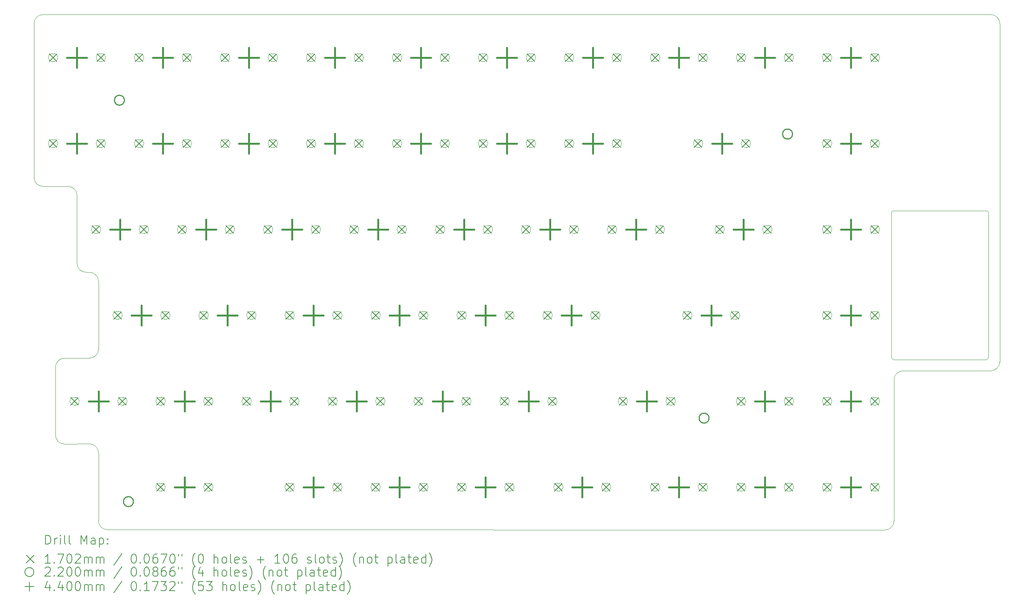
<source format=gbr>
%TF.GenerationSoftware,KiCad,Pcbnew,8.0.6*%
%TF.CreationDate,2025-05-11T12:41:09+09:00*%
%TF.ProjectId,65_split_right,36355f73-706c-4697-945f-72696768742e,rev?*%
%TF.SameCoordinates,PXf7b735cPY2136a30*%
%TF.FileFunction,Drillmap*%
%TF.FilePolarity,Positive*%
%FSLAX45Y45*%
G04 Gerber Fmt 4.5, Leading zero omitted, Abs format (unit mm)*
G04 Created by KiCad (PCBNEW 8.0.6) date 2025-05-11 12:41:09*
%MOMM*%
%LPD*%
G01*
G04 APERTURE LIST*
%ADD10C,0.050000*%
%ADD11C,0.120000*%
%ADD12C,0.200000*%
%ADD13C,0.170180*%
%ADD14C,0.100000*%
%ADD15C,0.220000*%
%ADD16C,0.440000*%
G04 APERTURE END LIST*
D10*
X-200000Y-7900000D02*
X-2142400Y-7900000D01*
X-21192400Y0D02*
X-200000Y0D01*
X-20163650Y-5715000D02*
X-20239900Y-5715000D01*
X-19963650Y-9720000D02*
X-19963650Y-11225000D01*
X-19963650Y-7420000D02*
G75*
G02*
X-20163650Y-7620000I-200000J0D01*
G01*
X-19963650Y-5915000D02*
X-19963650Y-7420000D01*
X-20163650Y-5715000D02*
G75*
G02*
X-19963650Y-5915000I0J-200000D01*
G01*
X0Y-7700000D02*
G75*
G02*
X-200000Y-7900000I-200000J0D01*
G01*
X-21392400Y-200000D02*
G75*
G02*
X-21192400Y0I200000J0D01*
G01*
X-20716150Y-9525000D02*
G75*
G02*
X-20916150Y-9325000I0J200000D01*
G01*
X0Y-200000D02*
X0Y-7700000D01*
X-20916150Y-7820000D02*
G75*
G02*
X-20716150Y-7620000I200000J0D01*
G01*
X-20639900Y-3810000D02*
G75*
G02*
X-20439900Y-4010000I0J-200000D01*
G01*
X-19763650Y-11425000D02*
G75*
G02*
X-19963650Y-11225000I0J200000D01*
G01*
X-20716150Y-9525000D02*
X-20163650Y-9520000D01*
X-20916150Y-7820000D02*
X-20916150Y-9325000D01*
X-2342400Y-11230000D02*
X-2342400Y-8100000D01*
X-21192400Y-3810000D02*
G75*
G02*
X-21392400Y-3610000I0J200000D01*
G01*
X-2342400Y-8100000D02*
G75*
G02*
X-2142400Y-7900000I200000J0D01*
G01*
X-20239900Y-5715000D02*
G75*
G02*
X-20439900Y-5515000I0J200000D01*
G01*
X-20439900Y-4010000D02*
X-20439900Y-5515000D01*
X-20163650Y-7620000D02*
X-20716150Y-7620000D01*
X-200000Y0D02*
G75*
G02*
X0Y-200000I0J-200000D01*
G01*
X-21392400Y-200000D02*
X-21392400Y-3610000D01*
X-2342400Y-11230000D02*
G75*
G02*
X-2542400Y-11430000I-200000J0D01*
G01*
X-20163650Y-9520000D02*
G75*
G02*
X-19963650Y-9720000I0J-200000D01*
G01*
X-20639900Y-3810000D02*
X-21192400Y-3810000D01*
X-19763650Y-11425000D02*
X-2542400Y-11430000D01*
D11*
X-2400000Y-7600000D02*
X-2400000Y-4400000D01*
X-2350000Y-4350000D02*
X-300000Y-4350000D01*
X-300000Y-7650000D02*
X-2350000Y-7650000D01*
X-250000Y-4400000D02*
X-250000Y-7600000D01*
X-2400000Y-4400000D02*
G75*
G02*
X-2350000Y-4350000I50000J0D01*
G01*
X-2350000Y-7650000D02*
G75*
G02*
X-2400000Y-7600000I0J50000D01*
G01*
X-300000Y-4350000D02*
G75*
G02*
X-250000Y-4400000I0J-50000D01*
G01*
X-250000Y-7600000D02*
G75*
G02*
X-300000Y-7650000I-50000J0D01*
G01*
D12*
D13*
X-21053990Y-867410D02*
X-20883810Y-1037590D01*
X-20883810Y-867410D02*
X-21053990Y-1037590D01*
D14*
X-20947900Y-867410D02*
X-20989900Y-867410D01*
X-20989900Y-1037590D02*
G75*
G02*
X-20989900Y-867410I0J85090D01*
G01*
X-20989900Y-1037590D02*
X-20947900Y-1037590D01*
X-20947900Y-1037590D02*
G75*
G03*
X-20947900Y-867410I0J85090D01*
G01*
D13*
X-21053990Y-2772410D02*
X-20883810Y-2942590D01*
X-20883810Y-2772410D02*
X-21053990Y-2942590D01*
D14*
X-20947900Y-2772410D02*
X-20989900Y-2772410D01*
X-20989900Y-2942590D02*
G75*
G02*
X-20989900Y-2772410I0J85090D01*
G01*
X-20989900Y-2942590D02*
X-20947900Y-2942590D01*
X-20947900Y-2942590D02*
G75*
G03*
X-20947900Y-2772410I0J85090D01*
G01*
D13*
X-20577740Y-8487410D02*
X-20407560Y-8657590D01*
X-20407560Y-8487410D02*
X-20577740Y-8657590D01*
D14*
X-20471650Y-8487410D02*
X-20513650Y-8487410D01*
X-20513650Y-8657590D02*
G75*
G02*
X-20513650Y-8487410I0J85090D01*
G01*
X-20513650Y-8657590D02*
X-20471650Y-8657590D01*
X-20471650Y-8657590D02*
G75*
G03*
X-20471650Y-8487410I0J85090D01*
G01*
D13*
X-20101490Y-4677410D02*
X-19931310Y-4847590D01*
X-19931310Y-4677410D02*
X-20101490Y-4847590D01*
D14*
X-19995400Y-4677410D02*
X-20037400Y-4677410D01*
X-20037400Y-4847590D02*
G75*
G02*
X-20037400Y-4677410I0J85090D01*
G01*
X-20037400Y-4847590D02*
X-19995400Y-4847590D01*
X-19995400Y-4847590D02*
G75*
G03*
X-19995400Y-4677410I0J85090D01*
G01*
D13*
X-19995990Y-867410D02*
X-19825810Y-1037590D01*
X-19825810Y-867410D02*
X-19995990Y-1037590D01*
D14*
X-19889900Y-867410D02*
X-19931900Y-867410D01*
X-19931900Y-1037590D02*
G75*
G02*
X-19931900Y-867410I0J85090D01*
G01*
X-19931900Y-1037590D02*
X-19889900Y-1037590D01*
X-19889900Y-1037590D02*
G75*
G03*
X-19889900Y-867410I0J85090D01*
G01*
D13*
X-19995990Y-2772410D02*
X-19825810Y-2942590D01*
X-19825810Y-2772410D02*
X-19995990Y-2942590D01*
D14*
X-19889900Y-2772410D02*
X-19931900Y-2772410D01*
X-19931900Y-2942590D02*
G75*
G02*
X-19931900Y-2772410I0J85090D01*
G01*
X-19931900Y-2942590D02*
X-19889900Y-2942590D01*
X-19889900Y-2942590D02*
G75*
G03*
X-19889900Y-2772410I0J85090D01*
G01*
D13*
X-19625240Y-6582410D02*
X-19455060Y-6752590D01*
X-19455060Y-6582410D02*
X-19625240Y-6752590D01*
D14*
X-19519150Y-6582410D02*
X-19561150Y-6582410D01*
X-19561150Y-6752590D02*
G75*
G02*
X-19561150Y-6582410I0J85090D01*
G01*
X-19561150Y-6752590D02*
X-19519150Y-6752590D01*
X-19519150Y-6752590D02*
G75*
G03*
X-19519150Y-6582410I0J85090D01*
G01*
D13*
X-19519740Y-8487410D02*
X-19349560Y-8657590D01*
X-19349560Y-8487410D02*
X-19519740Y-8657590D01*
D14*
X-19413650Y-8487410D02*
X-19455650Y-8487410D01*
X-19455650Y-8657590D02*
G75*
G02*
X-19455650Y-8487410I0J85090D01*
G01*
X-19455650Y-8657590D02*
X-19413650Y-8657590D01*
X-19413650Y-8657590D02*
G75*
G03*
X-19413650Y-8487410I0J85090D01*
G01*
D13*
X-19148990Y-867410D02*
X-18978810Y-1037590D01*
X-18978810Y-867410D02*
X-19148990Y-1037590D01*
D14*
X-19042900Y-867410D02*
X-19084900Y-867410D01*
X-19084900Y-1037590D02*
G75*
G02*
X-19084900Y-867410I0J85090D01*
G01*
X-19084900Y-1037590D02*
X-19042900Y-1037590D01*
X-19042900Y-1037590D02*
G75*
G03*
X-19042900Y-867410I0J85090D01*
G01*
D13*
X-19148990Y-2772410D02*
X-18978810Y-2942590D01*
X-18978810Y-2772410D02*
X-19148990Y-2942590D01*
D14*
X-19042900Y-2772410D02*
X-19084900Y-2772410D01*
X-19084900Y-2942590D02*
G75*
G02*
X-19084900Y-2772410I0J85090D01*
G01*
X-19084900Y-2942590D02*
X-19042900Y-2942590D01*
X-19042900Y-2942590D02*
G75*
G03*
X-19042900Y-2772410I0J85090D01*
G01*
D13*
X-19043490Y-4677410D02*
X-18873310Y-4847590D01*
X-18873310Y-4677410D02*
X-19043490Y-4847590D01*
D14*
X-18937400Y-4677410D02*
X-18979400Y-4677410D01*
X-18979400Y-4847590D02*
G75*
G02*
X-18979400Y-4677410I0J85090D01*
G01*
X-18979400Y-4847590D02*
X-18937400Y-4847590D01*
X-18937400Y-4847590D02*
G75*
G03*
X-18937400Y-4677410I0J85090D01*
G01*
D13*
X-18672740Y-8487410D02*
X-18502560Y-8657590D01*
X-18502560Y-8487410D02*
X-18672740Y-8657590D01*
D14*
X-18566650Y-8487410D02*
X-18608650Y-8487410D01*
X-18608650Y-8657590D02*
G75*
G02*
X-18608650Y-8487410I0J85090D01*
G01*
X-18608650Y-8657590D02*
X-18566650Y-8657590D01*
X-18566650Y-8657590D02*
G75*
G03*
X-18566650Y-8487410I0J85090D01*
G01*
D13*
X-18672740Y-10392410D02*
X-18502560Y-10562590D01*
X-18502560Y-10392410D02*
X-18672740Y-10562590D01*
D14*
X-18566650Y-10392410D02*
X-18608650Y-10392410D01*
X-18608650Y-10562590D02*
G75*
G02*
X-18608650Y-10392410I0J85090D01*
G01*
X-18608650Y-10562590D02*
X-18566650Y-10562590D01*
X-18566650Y-10562590D02*
G75*
G03*
X-18566650Y-10392410I0J85090D01*
G01*
D13*
X-18567240Y-6582410D02*
X-18397060Y-6752590D01*
X-18397060Y-6582410D02*
X-18567240Y-6752590D01*
D14*
X-18461150Y-6582410D02*
X-18503150Y-6582410D01*
X-18503150Y-6752590D02*
G75*
G02*
X-18503150Y-6582410I0J85090D01*
G01*
X-18503150Y-6752590D02*
X-18461150Y-6752590D01*
X-18461150Y-6752590D02*
G75*
G03*
X-18461150Y-6582410I0J85090D01*
G01*
D13*
X-18196490Y-4677410D02*
X-18026310Y-4847590D01*
X-18026310Y-4677410D02*
X-18196490Y-4847590D01*
D14*
X-18090400Y-4677410D02*
X-18132400Y-4677410D01*
X-18132400Y-4847590D02*
G75*
G02*
X-18132400Y-4677410I0J85090D01*
G01*
X-18132400Y-4847590D02*
X-18090400Y-4847590D01*
X-18090400Y-4847590D02*
G75*
G03*
X-18090400Y-4677410I0J85090D01*
G01*
D13*
X-18090990Y-867410D02*
X-17920810Y-1037590D01*
X-17920810Y-867410D02*
X-18090990Y-1037590D01*
D14*
X-17984900Y-867410D02*
X-18026900Y-867410D01*
X-18026900Y-1037590D02*
G75*
G02*
X-18026900Y-867410I0J85090D01*
G01*
X-18026900Y-1037590D02*
X-17984900Y-1037590D01*
X-17984900Y-1037590D02*
G75*
G03*
X-17984900Y-867410I0J85090D01*
G01*
D13*
X-18090990Y-2772410D02*
X-17920810Y-2942590D01*
X-17920810Y-2772410D02*
X-18090990Y-2942590D01*
D14*
X-17984900Y-2772410D02*
X-18026900Y-2772410D01*
X-18026900Y-2942590D02*
G75*
G02*
X-18026900Y-2772410I0J85090D01*
G01*
X-18026900Y-2942590D02*
X-17984900Y-2942590D01*
X-17984900Y-2942590D02*
G75*
G03*
X-17984900Y-2772410I0J85090D01*
G01*
D13*
X-17720240Y-6582410D02*
X-17550060Y-6752590D01*
X-17550060Y-6582410D02*
X-17720240Y-6752590D01*
D14*
X-17614150Y-6582410D02*
X-17656150Y-6582410D01*
X-17656150Y-6752590D02*
G75*
G02*
X-17656150Y-6582410I0J85090D01*
G01*
X-17656150Y-6752590D02*
X-17614150Y-6752590D01*
X-17614150Y-6752590D02*
G75*
G03*
X-17614150Y-6582410I0J85090D01*
G01*
D13*
X-17614740Y-8487410D02*
X-17444560Y-8657590D01*
X-17444560Y-8487410D02*
X-17614740Y-8657590D01*
D14*
X-17508650Y-8487410D02*
X-17550650Y-8487410D01*
X-17550650Y-8657590D02*
G75*
G02*
X-17550650Y-8487410I0J85090D01*
G01*
X-17550650Y-8657590D02*
X-17508650Y-8657590D01*
X-17508650Y-8657590D02*
G75*
G03*
X-17508650Y-8487410I0J85090D01*
G01*
D13*
X-17614740Y-10392410D02*
X-17444560Y-10562590D01*
X-17444560Y-10392410D02*
X-17614740Y-10562590D01*
D14*
X-17508650Y-10392410D02*
X-17550650Y-10392410D01*
X-17550650Y-10562590D02*
G75*
G02*
X-17550650Y-10392410I0J85090D01*
G01*
X-17550650Y-10562590D02*
X-17508650Y-10562590D01*
X-17508650Y-10562590D02*
G75*
G03*
X-17508650Y-10392410I0J85090D01*
G01*
D13*
X-17243990Y-867410D02*
X-17073810Y-1037590D01*
X-17073810Y-867410D02*
X-17243990Y-1037590D01*
D14*
X-17137900Y-867410D02*
X-17179900Y-867410D01*
X-17179900Y-1037590D02*
G75*
G02*
X-17179900Y-867410I0J85090D01*
G01*
X-17179900Y-1037590D02*
X-17137900Y-1037590D01*
X-17137900Y-1037590D02*
G75*
G03*
X-17137900Y-867410I0J85090D01*
G01*
D13*
X-17243990Y-2772410D02*
X-17073810Y-2942590D01*
X-17073810Y-2772410D02*
X-17243990Y-2942590D01*
D14*
X-17137900Y-2772410D02*
X-17179900Y-2772410D01*
X-17179900Y-2942590D02*
G75*
G02*
X-17179900Y-2772410I0J85090D01*
G01*
X-17179900Y-2942590D02*
X-17137900Y-2942590D01*
X-17137900Y-2942590D02*
G75*
G03*
X-17137900Y-2772410I0J85090D01*
G01*
D13*
X-17138490Y-4677410D02*
X-16968310Y-4847590D01*
X-16968310Y-4677410D02*
X-17138490Y-4847590D01*
D14*
X-17032400Y-4677410D02*
X-17074400Y-4677410D01*
X-17074400Y-4847590D02*
G75*
G02*
X-17074400Y-4677410I0J85090D01*
G01*
X-17074400Y-4847590D02*
X-17032400Y-4847590D01*
X-17032400Y-4847590D02*
G75*
G03*
X-17032400Y-4677410I0J85090D01*
G01*
D13*
X-16767740Y-8487410D02*
X-16597560Y-8657590D01*
X-16597560Y-8487410D02*
X-16767740Y-8657590D01*
D14*
X-16661650Y-8487410D02*
X-16703650Y-8487410D01*
X-16703650Y-8657590D02*
G75*
G02*
X-16703650Y-8487410I0J85090D01*
G01*
X-16703650Y-8657590D02*
X-16661650Y-8657590D01*
X-16661650Y-8657590D02*
G75*
G03*
X-16661650Y-8487410I0J85090D01*
G01*
D13*
X-16662240Y-6582410D02*
X-16492060Y-6752590D01*
X-16492060Y-6582410D02*
X-16662240Y-6752590D01*
D14*
X-16556150Y-6582410D02*
X-16598150Y-6582410D01*
X-16598150Y-6752590D02*
G75*
G02*
X-16598150Y-6582410I0J85090D01*
G01*
X-16598150Y-6752590D02*
X-16556150Y-6752590D01*
X-16556150Y-6752590D02*
G75*
G03*
X-16556150Y-6582410I0J85090D01*
G01*
D13*
X-16291490Y-4677410D02*
X-16121310Y-4847590D01*
X-16121310Y-4677410D02*
X-16291490Y-4847590D01*
D14*
X-16185400Y-4677410D02*
X-16227400Y-4677410D01*
X-16227400Y-4847590D02*
G75*
G02*
X-16227400Y-4677410I0J85090D01*
G01*
X-16227400Y-4847590D02*
X-16185400Y-4847590D01*
X-16185400Y-4847590D02*
G75*
G03*
X-16185400Y-4677410I0J85090D01*
G01*
D13*
X-16185990Y-867410D02*
X-16015810Y-1037590D01*
X-16015810Y-867410D02*
X-16185990Y-1037590D01*
D14*
X-16079900Y-867410D02*
X-16121900Y-867410D01*
X-16121900Y-1037590D02*
G75*
G02*
X-16121900Y-867410I0J85090D01*
G01*
X-16121900Y-1037590D02*
X-16079900Y-1037590D01*
X-16079900Y-1037590D02*
G75*
G03*
X-16079900Y-867410I0J85090D01*
G01*
D13*
X-16185990Y-2772410D02*
X-16015810Y-2942590D01*
X-16015810Y-2772410D02*
X-16185990Y-2942590D01*
D14*
X-16079900Y-2772410D02*
X-16121900Y-2772410D01*
X-16121900Y-2942590D02*
G75*
G02*
X-16121900Y-2772410I0J85090D01*
G01*
X-16121900Y-2942590D02*
X-16079900Y-2942590D01*
X-16079900Y-2942590D02*
G75*
G03*
X-16079900Y-2772410I0J85090D01*
G01*
D13*
X-15815240Y-6582410D02*
X-15645060Y-6752590D01*
X-15645060Y-6582410D02*
X-15815240Y-6752590D01*
D14*
X-15709150Y-6582410D02*
X-15751150Y-6582410D01*
X-15751150Y-6752590D02*
G75*
G02*
X-15751150Y-6582410I0J85090D01*
G01*
X-15751150Y-6752590D02*
X-15709150Y-6752590D01*
X-15709150Y-6752590D02*
G75*
G03*
X-15709150Y-6582410I0J85090D01*
G01*
D13*
X-15815240Y-10392410D02*
X-15645060Y-10562590D01*
X-15645060Y-10392410D02*
X-15815240Y-10562590D01*
D14*
X-15709150Y-10392410D02*
X-15751150Y-10392410D01*
X-15751150Y-10562590D02*
G75*
G02*
X-15751150Y-10392410I0J85090D01*
G01*
X-15751150Y-10562590D02*
X-15709150Y-10562590D01*
X-15709150Y-10562590D02*
G75*
G03*
X-15709150Y-10392410I0J85090D01*
G01*
D13*
X-15709740Y-8487410D02*
X-15539560Y-8657590D01*
X-15539560Y-8487410D02*
X-15709740Y-8657590D01*
D14*
X-15603650Y-8487410D02*
X-15645650Y-8487410D01*
X-15645650Y-8657590D02*
G75*
G02*
X-15645650Y-8487410I0J85090D01*
G01*
X-15645650Y-8657590D02*
X-15603650Y-8657590D01*
X-15603650Y-8657590D02*
G75*
G03*
X-15603650Y-8487410I0J85090D01*
G01*
D13*
X-15338990Y-867410D02*
X-15168810Y-1037590D01*
X-15168810Y-867410D02*
X-15338990Y-1037590D01*
D14*
X-15232900Y-867410D02*
X-15274900Y-867410D01*
X-15274900Y-1037590D02*
G75*
G02*
X-15274900Y-867410I0J85090D01*
G01*
X-15274900Y-1037590D02*
X-15232900Y-1037590D01*
X-15232900Y-1037590D02*
G75*
G03*
X-15232900Y-867410I0J85090D01*
G01*
D13*
X-15338990Y-2772410D02*
X-15168810Y-2942590D01*
X-15168810Y-2772410D02*
X-15338990Y-2942590D01*
D14*
X-15232900Y-2772410D02*
X-15274900Y-2772410D01*
X-15274900Y-2942590D02*
G75*
G02*
X-15274900Y-2772410I0J85090D01*
G01*
X-15274900Y-2942590D02*
X-15232900Y-2942590D01*
X-15232900Y-2942590D02*
G75*
G03*
X-15232900Y-2772410I0J85090D01*
G01*
D13*
X-15233490Y-4677410D02*
X-15063310Y-4847590D01*
X-15063310Y-4677410D02*
X-15233490Y-4847590D01*
D14*
X-15127400Y-4677410D02*
X-15169400Y-4677410D01*
X-15169400Y-4847590D02*
G75*
G02*
X-15169400Y-4677410I0J85090D01*
G01*
X-15169400Y-4847590D02*
X-15127400Y-4847590D01*
X-15127400Y-4847590D02*
G75*
G03*
X-15127400Y-4677410I0J85090D01*
G01*
D13*
X-14862740Y-8487410D02*
X-14692560Y-8657590D01*
X-14692560Y-8487410D02*
X-14862740Y-8657590D01*
D14*
X-14756650Y-8487410D02*
X-14798650Y-8487410D01*
X-14798650Y-8657590D02*
G75*
G02*
X-14798650Y-8487410I0J85090D01*
G01*
X-14798650Y-8657590D02*
X-14756650Y-8657590D01*
X-14756650Y-8657590D02*
G75*
G03*
X-14756650Y-8487410I0J85090D01*
G01*
D13*
X-14757240Y-6582410D02*
X-14587060Y-6752590D01*
X-14587060Y-6582410D02*
X-14757240Y-6752590D01*
D14*
X-14651150Y-6582410D02*
X-14693150Y-6582410D01*
X-14693150Y-6752590D02*
G75*
G02*
X-14693150Y-6582410I0J85090D01*
G01*
X-14693150Y-6752590D02*
X-14651150Y-6752590D01*
X-14651150Y-6752590D02*
G75*
G03*
X-14651150Y-6582410I0J85090D01*
G01*
D13*
X-14757240Y-10392410D02*
X-14587060Y-10562590D01*
X-14587060Y-10392410D02*
X-14757240Y-10562590D01*
D14*
X-14651150Y-10392410D02*
X-14693150Y-10392410D01*
X-14693150Y-10562590D02*
G75*
G02*
X-14693150Y-10392410I0J85090D01*
G01*
X-14693150Y-10562590D02*
X-14651150Y-10562590D01*
X-14651150Y-10562590D02*
G75*
G03*
X-14651150Y-10392410I0J85090D01*
G01*
D13*
X-14386490Y-4677410D02*
X-14216310Y-4847590D01*
X-14216310Y-4677410D02*
X-14386490Y-4847590D01*
D14*
X-14280400Y-4677410D02*
X-14322400Y-4677410D01*
X-14322400Y-4847590D02*
G75*
G02*
X-14322400Y-4677410I0J85090D01*
G01*
X-14322400Y-4847590D02*
X-14280400Y-4847590D01*
X-14280400Y-4847590D02*
G75*
G03*
X-14280400Y-4677410I0J85090D01*
G01*
D13*
X-14280990Y-867410D02*
X-14110810Y-1037590D01*
X-14110810Y-867410D02*
X-14280990Y-1037590D01*
D14*
X-14174900Y-867410D02*
X-14216900Y-867410D01*
X-14216900Y-1037590D02*
G75*
G02*
X-14216900Y-867410I0J85090D01*
G01*
X-14216900Y-1037590D02*
X-14174900Y-1037590D01*
X-14174900Y-1037590D02*
G75*
G03*
X-14174900Y-867410I0J85090D01*
G01*
D13*
X-14280990Y-2772410D02*
X-14110810Y-2942590D01*
X-14110810Y-2772410D02*
X-14280990Y-2942590D01*
D14*
X-14174900Y-2772410D02*
X-14216900Y-2772410D01*
X-14216900Y-2942590D02*
G75*
G02*
X-14216900Y-2772410I0J85090D01*
G01*
X-14216900Y-2942590D02*
X-14174900Y-2942590D01*
X-14174900Y-2942590D02*
G75*
G03*
X-14174900Y-2772410I0J85090D01*
G01*
D13*
X-13910240Y-6582410D02*
X-13740060Y-6752590D01*
X-13740060Y-6582410D02*
X-13910240Y-6752590D01*
D14*
X-13804150Y-6582410D02*
X-13846150Y-6582410D01*
X-13846150Y-6752590D02*
G75*
G02*
X-13846150Y-6582410I0J85090D01*
G01*
X-13846150Y-6752590D02*
X-13804150Y-6752590D01*
X-13804150Y-6752590D02*
G75*
G03*
X-13804150Y-6582410I0J85090D01*
G01*
D13*
X-13910240Y-10392410D02*
X-13740060Y-10562590D01*
X-13740060Y-10392410D02*
X-13910240Y-10562590D01*
D14*
X-13804150Y-10392410D02*
X-13846150Y-10392410D01*
X-13846150Y-10562590D02*
G75*
G02*
X-13846150Y-10392410I0J85090D01*
G01*
X-13846150Y-10562590D02*
X-13804150Y-10562590D01*
X-13804150Y-10562590D02*
G75*
G03*
X-13804150Y-10392410I0J85090D01*
G01*
D13*
X-13804740Y-8487410D02*
X-13634560Y-8657590D01*
X-13634560Y-8487410D02*
X-13804740Y-8657590D01*
D14*
X-13698650Y-8487410D02*
X-13740650Y-8487410D01*
X-13740650Y-8657590D02*
G75*
G02*
X-13740650Y-8487410I0J85090D01*
G01*
X-13740650Y-8657590D02*
X-13698650Y-8657590D01*
X-13698650Y-8657590D02*
G75*
G03*
X-13698650Y-8487410I0J85090D01*
G01*
D13*
X-13433990Y-867410D02*
X-13263810Y-1037590D01*
X-13263810Y-867410D02*
X-13433990Y-1037590D01*
D14*
X-13327900Y-867410D02*
X-13369900Y-867410D01*
X-13369900Y-1037590D02*
G75*
G02*
X-13369900Y-867410I0J85090D01*
G01*
X-13369900Y-1037590D02*
X-13327900Y-1037590D01*
X-13327900Y-1037590D02*
G75*
G03*
X-13327900Y-867410I0J85090D01*
G01*
D13*
X-13433990Y-2772410D02*
X-13263810Y-2942590D01*
X-13263810Y-2772410D02*
X-13433990Y-2942590D01*
D14*
X-13327900Y-2772410D02*
X-13369900Y-2772410D01*
X-13369900Y-2942590D02*
G75*
G02*
X-13369900Y-2772410I0J85090D01*
G01*
X-13369900Y-2942590D02*
X-13327900Y-2942590D01*
X-13327900Y-2942590D02*
G75*
G03*
X-13327900Y-2772410I0J85090D01*
G01*
D13*
X-13328490Y-4677410D02*
X-13158310Y-4847590D01*
X-13158310Y-4677410D02*
X-13328490Y-4847590D01*
D14*
X-13222400Y-4677410D02*
X-13264400Y-4677410D01*
X-13264400Y-4847590D02*
G75*
G02*
X-13264400Y-4677410I0J85090D01*
G01*
X-13264400Y-4847590D02*
X-13222400Y-4847590D01*
X-13222400Y-4847590D02*
G75*
G03*
X-13222400Y-4677410I0J85090D01*
G01*
D13*
X-12957740Y-8487410D02*
X-12787560Y-8657590D01*
X-12787560Y-8487410D02*
X-12957740Y-8657590D01*
D14*
X-12851650Y-8487410D02*
X-12893650Y-8487410D01*
X-12893650Y-8657590D02*
G75*
G02*
X-12893650Y-8487410I0J85090D01*
G01*
X-12893650Y-8657590D02*
X-12851650Y-8657590D01*
X-12851650Y-8657590D02*
G75*
G03*
X-12851650Y-8487410I0J85090D01*
G01*
D13*
X-12852240Y-6582410D02*
X-12682060Y-6752590D01*
X-12682060Y-6582410D02*
X-12852240Y-6752590D01*
D14*
X-12746150Y-6582410D02*
X-12788150Y-6582410D01*
X-12788150Y-6752590D02*
G75*
G02*
X-12788150Y-6582410I0J85090D01*
G01*
X-12788150Y-6752590D02*
X-12746150Y-6752590D01*
X-12746150Y-6752590D02*
G75*
G03*
X-12746150Y-6582410I0J85090D01*
G01*
D13*
X-12852240Y-10392410D02*
X-12682060Y-10562590D01*
X-12682060Y-10392410D02*
X-12852240Y-10562590D01*
D14*
X-12746150Y-10392410D02*
X-12788150Y-10392410D01*
X-12788150Y-10562590D02*
G75*
G02*
X-12788150Y-10392410I0J85090D01*
G01*
X-12788150Y-10562590D02*
X-12746150Y-10562590D01*
X-12746150Y-10562590D02*
G75*
G03*
X-12746150Y-10392410I0J85090D01*
G01*
D13*
X-12481490Y-4677410D02*
X-12311310Y-4847590D01*
X-12311310Y-4677410D02*
X-12481490Y-4847590D01*
D14*
X-12375400Y-4677410D02*
X-12417400Y-4677410D01*
X-12417400Y-4847590D02*
G75*
G02*
X-12417400Y-4677410I0J85090D01*
G01*
X-12417400Y-4847590D02*
X-12375400Y-4847590D01*
X-12375400Y-4847590D02*
G75*
G03*
X-12375400Y-4677410I0J85090D01*
G01*
D13*
X-12375990Y-867410D02*
X-12205810Y-1037590D01*
X-12205810Y-867410D02*
X-12375990Y-1037590D01*
D14*
X-12269900Y-867410D02*
X-12311900Y-867410D01*
X-12311900Y-1037590D02*
G75*
G02*
X-12311900Y-867410I0J85090D01*
G01*
X-12311900Y-1037590D02*
X-12269900Y-1037590D01*
X-12269900Y-1037590D02*
G75*
G03*
X-12269900Y-867410I0J85090D01*
G01*
D13*
X-12375990Y-2772410D02*
X-12205810Y-2942590D01*
X-12205810Y-2772410D02*
X-12375990Y-2942590D01*
D14*
X-12269900Y-2772410D02*
X-12311900Y-2772410D01*
X-12311900Y-2942590D02*
G75*
G02*
X-12311900Y-2772410I0J85090D01*
G01*
X-12311900Y-2942590D02*
X-12269900Y-2942590D01*
X-12269900Y-2942590D02*
G75*
G03*
X-12269900Y-2772410I0J85090D01*
G01*
D13*
X-12005240Y-6582410D02*
X-11835060Y-6752590D01*
X-11835060Y-6582410D02*
X-12005240Y-6752590D01*
D14*
X-11899150Y-6582410D02*
X-11941150Y-6582410D01*
X-11941150Y-6752590D02*
G75*
G02*
X-11941150Y-6582410I0J85090D01*
G01*
X-11941150Y-6752590D02*
X-11899150Y-6752590D01*
X-11899150Y-6752590D02*
G75*
G03*
X-11899150Y-6582410I0J85090D01*
G01*
D13*
X-12005240Y-10392410D02*
X-11835060Y-10562590D01*
X-11835060Y-10392410D02*
X-12005240Y-10562590D01*
D14*
X-11899150Y-10392410D02*
X-11941150Y-10392410D01*
X-11941150Y-10562590D02*
G75*
G02*
X-11941150Y-10392410I0J85090D01*
G01*
X-11941150Y-10562590D02*
X-11899150Y-10562590D01*
X-11899150Y-10562590D02*
G75*
G03*
X-11899150Y-10392410I0J85090D01*
G01*
D13*
X-11899740Y-8487410D02*
X-11729560Y-8657590D01*
X-11729560Y-8487410D02*
X-11899740Y-8657590D01*
D14*
X-11793650Y-8487410D02*
X-11835650Y-8487410D01*
X-11835650Y-8657590D02*
G75*
G02*
X-11835650Y-8487410I0J85090D01*
G01*
X-11835650Y-8657590D02*
X-11793650Y-8657590D01*
X-11793650Y-8657590D02*
G75*
G03*
X-11793650Y-8487410I0J85090D01*
G01*
D13*
X-11528990Y-867410D02*
X-11358810Y-1037590D01*
X-11358810Y-867410D02*
X-11528990Y-1037590D01*
D14*
X-11422900Y-867410D02*
X-11464900Y-867410D01*
X-11464900Y-1037590D02*
G75*
G02*
X-11464900Y-867410I0J85090D01*
G01*
X-11464900Y-1037590D02*
X-11422900Y-1037590D01*
X-11422900Y-1037590D02*
G75*
G03*
X-11422900Y-867410I0J85090D01*
G01*
D13*
X-11528990Y-2772410D02*
X-11358810Y-2942590D01*
X-11358810Y-2772410D02*
X-11528990Y-2942590D01*
D14*
X-11422900Y-2772410D02*
X-11464900Y-2772410D01*
X-11464900Y-2942590D02*
G75*
G02*
X-11464900Y-2772410I0J85090D01*
G01*
X-11464900Y-2942590D02*
X-11422900Y-2942590D01*
X-11422900Y-2942590D02*
G75*
G03*
X-11422900Y-2772410I0J85090D01*
G01*
D13*
X-11423490Y-4677410D02*
X-11253310Y-4847590D01*
X-11253310Y-4677410D02*
X-11423490Y-4847590D01*
D14*
X-11317400Y-4677410D02*
X-11359400Y-4677410D01*
X-11359400Y-4847590D02*
G75*
G02*
X-11359400Y-4677410I0J85090D01*
G01*
X-11359400Y-4847590D02*
X-11317400Y-4847590D01*
X-11317400Y-4847590D02*
G75*
G03*
X-11317400Y-4677410I0J85090D01*
G01*
D13*
X-11052740Y-8487410D02*
X-10882560Y-8657590D01*
X-10882560Y-8487410D02*
X-11052740Y-8657590D01*
D14*
X-10946650Y-8487410D02*
X-10988650Y-8487410D01*
X-10988650Y-8657590D02*
G75*
G02*
X-10988650Y-8487410I0J85090D01*
G01*
X-10988650Y-8657590D02*
X-10946650Y-8657590D01*
X-10946650Y-8657590D02*
G75*
G03*
X-10946650Y-8487410I0J85090D01*
G01*
D13*
X-10947240Y-6582410D02*
X-10777060Y-6752590D01*
X-10777060Y-6582410D02*
X-10947240Y-6752590D01*
D14*
X-10841150Y-6582410D02*
X-10883150Y-6582410D01*
X-10883150Y-6752590D02*
G75*
G02*
X-10883150Y-6582410I0J85090D01*
G01*
X-10883150Y-6752590D02*
X-10841150Y-6752590D01*
X-10841150Y-6752590D02*
G75*
G03*
X-10841150Y-6582410I0J85090D01*
G01*
D13*
X-10947240Y-10392410D02*
X-10777060Y-10562590D01*
X-10777060Y-10392410D02*
X-10947240Y-10562590D01*
D14*
X-10841150Y-10392410D02*
X-10883150Y-10392410D01*
X-10883150Y-10562590D02*
G75*
G02*
X-10883150Y-10392410I0J85090D01*
G01*
X-10883150Y-10562590D02*
X-10841150Y-10562590D01*
X-10841150Y-10562590D02*
G75*
G03*
X-10841150Y-10392410I0J85090D01*
G01*
D13*
X-10576490Y-4677410D02*
X-10406310Y-4847590D01*
X-10406310Y-4677410D02*
X-10576490Y-4847590D01*
D14*
X-10470400Y-4677410D02*
X-10512400Y-4677410D01*
X-10512400Y-4847590D02*
G75*
G02*
X-10512400Y-4677410I0J85090D01*
G01*
X-10512400Y-4847590D02*
X-10470400Y-4847590D01*
X-10470400Y-4847590D02*
G75*
G03*
X-10470400Y-4677410I0J85090D01*
G01*
D13*
X-10470990Y-867410D02*
X-10300810Y-1037590D01*
X-10300810Y-867410D02*
X-10470990Y-1037590D01*
D14*
X-10364900Y-867410D02*
X-10406900Y-867410D01*
X-10406900Y-1037590D02*
G75*
G02*
X-10406900Y-867410I0J85090D01*
G01*
X-10406900Y-1037590D02*
X-10364900Y-1037590D01*
X-10364900Y-1037590D02*
G75*
G03*
X-10364900Y-867410I0J85090D01*
G01*
D13*
X-10470990Y-2772410D02*
X-10300810Y-2942590D01*
X-10300810Y-2772410D02*
X-10470990Y-2942590D01*
D14*
X-10364900Y-2772410D02*
X-10406900Y-2772410D01*
X-10406900Y-2942590D02*
G75*
G02*
X-10406900Y-2772410I0J85090D01*
G01*
X-10406900Y-2942590D02*
X-10364900Y-2942590D01*
X-10364900Y-2942590D02*
G75*
G03*
X-10364900Y-2772410I0J85090D01*
G01*
D13*
X-10100240Y-6582410D02*
X-9930060Y-6752590D01*
X-9930060Y-6582410D02*
X-10100240Y-6752590D01*
D14*
X-9994150Y-6582410D02*
X-10036150Y-6582410D01*
X-10036150Y-6752590D02*
G75*
G02*
X-10036150Y-6582410I0J85090D01*
G01*
X-10036150Y-6752590D02*
X-9994150Y-6752590D01*
X-9994150Y-6752590D02*
G75*
G03*
X-9994150Y-6582410I0J85090D01*
G01*
D13*
X-9994740Y-8487410D02*
X-9824560Y-8657590D01*
X-9824560Y-8487410D02*
X-9994740Y-8657590D01*
D14*
X-9888650Y-8487410D02*
X-9930650Y-8487410D01*
X-9930650Y-8657590D02*
G75*
G02*
X-9930650Y-8487410I0J85090D01*
G01*
X-9930650Y-8657590D02*
X-9888650Y-8657590D01*
X-9888650Y-8657590D02*
G75*
G03*
X-9888650Y-8487410I0J85090D01*
G01*
D13*
X-9862115Y-10392410D02*
X-9691935Y-10562590D01*
X-9691935Y-10392410D02*
X-9862115Y-10562590D01*
D14*
X-9756025Y-10392410D02*
X-9798025Y-10392410D01*
X-9798025Y-10562590D02*
G75*
G02*
X-9798025Y-10392410I0J85090D01*
G01*
X-9798025Y-10562590D02*
X-9756025Y-10562590D01*
X-9756025Y-10562590D02*
G75*
G03*
X-9756025Y-10392410I0J85090D01*
G01*
D13*
X-9623990Y-867410D02*
X-9453810Y-1037590D01*
X-9453810Y-867410D02*
X-9623990Y-1037590D01*
D14*
X-9517900Y-867410D02*
X-9559900Y-867410D01*
X-9559900Y-1037590D02*
G75*
G02*
X-9559900Y-867410I0J85090D01*
G01*
X-9559900Y-1037590D02*
X-9517900Y-1037590D01*
X-9517900Y-1037590D02*
G75*
G03*
X-9517900Y-867410I0J85090D01*
G01*
D13*
X-9623990Y-2772410D02*
X-9453810Y-2942590D01*
X-9453810Y-2772410D02*
X-9623990Y-2942590D01*
D14*
X-9517900Y-2772410D02*
X-9559900Y-2772410D01*
X-9559900Y-2942590D02*
G75*
G02*
X-9559900Y-2772410I0J85090D01*
G01*
X-9559900Y-2942590D02*
X-9517900Y-2942590D01*
X-9517900Y-2942590D02*
G75*
G03*
X-9517900Y-2772410I0J85090D01*
G01*
D13*
X-9518490Y-4677410D02*
X-9348310Y-4847590D01*
X-9348310Y-4677410D02*
X-9518490Y-4847590D01*
D14*
X-9412400Y-4677410D02*
X-9454400Y-4677410D01*
X-9454400Y-4847590D02*
G75*
G02*
X-9454400Y-4677410I0J85090D01*
G01*
X-9454400Y-4847590D02*
X-9412400Y-4847590D01*
X-9412400Y-4847590D02*
G75*
G03*
X-9412400Y-4677410I0J85090D01*
G01*
D13*
X-9042240Y-6582410D02*
X-8872060Y-6752590D01*
X-8872060Y-6582410D02*
X-9042240Y-6752590D01*
D14*
X-8936150Y-6582410D02*
X-8978150Y-6582410D01*
X-8978150Y-6752590D02*
G75*
G02*
X-8978150Y-6582410I0J85090D01*
G01*
X-8978150Y-6752590D02*
X-8936150Y-6752590D01*
X-8936150Y-6752590D02*
G75*
G03*
X-8936150Y-6582410I0J85090D01*
G01*
D13*
X-8804115Y-10392410D02*
X-8633935Y-10562590D01*
X-8633935Y-10392410D02*
X-8804115Y-10562590D01*
D14*
X-8698025Y-10392410D02*
X-8740025Y-10392410D01*
X-8740025Y-10562590D02*
G75*
G02*
X-8740025Y-10392410I0J85090D01*
G01*
X-8740025Y-10562590D02*
X-8698025Y-10562590D01*
X-8698025Y-10562590D02*
G75*
G03*
X-8698025Y-10392410I0J85090D01*
G01*
D13*
X-8671490Y-4677410D02*
X-8501310Y-4847590D01*
X-8501310Y-4677410D02*
X-8671490Y-4847590D01*
D14*
X-8565400Y-4677410D02*
X-8607400Y-4677410D01*
X-8607400Y-4847590D02*
G75*
G02*
X-8607400Y-4677410I0J85090D01*
G01*
X-8607400Y-4847590D02*
X-8565400Y-4847590D01*
X-8565400Y-4847590D02*
G75*
G03*
X-8565400Y-4677410I0J85090D01*
G01*
D13*
X-8565990Y-867410D02*
X-8395810Y-1037590D01*
X-8395810Y-867410D02*
X-8565990Y-1037590D01*
D14*
X-8459900Y-867410D02*
X-8501900Y-867410D01*
X-8501900Y-1037590D02*
G75*
G02*
X-8501900Y-867410I0J85090D01*
G01*
X-8501900Y-1037590D02*
X-8459900Y-1037590D01*
X-8459900Y-1037590D02*
G75*
G03*
X-8459900Y-867410I0J85090D01*
G01*
D13*
X-8565990Y-2772410D02*
X-8395810Y-2942590D01*
X-8395810Y-2772410D02*
X-8565990Y-2942590D01*
D14*
X-8459900Y-2772410D02*
X-8501900Y-2772410D01*
X-8501900Y-2942590D02*
G75*
G02*
X-8501900Y-2772410I0J85090D01*
G01*
X-8501900Y-2942590D02*
X-8459900Y-2942590D01*
X-8459900Y-2942590D02*
G75*
G03*
X-8459900Y-2772410I0J85090D01*
G01*
D13*
X-8433365Y-8487410D02*
X-8263185Y-8657590D01*
X-8263185Y-8487410D02*
X-8433365Y-8657590D01*
D14*
X-8327275Y-8487410D02*
X-8369275Y-8487410D01*
X-8369275Y-8657590D02*
G75*
G02*
X-8369275Y-8487410I0J85090D01*
G01*
X-8369275Y-8657590D02*
X-8327275Y-8657590D01*
X-8327275Y-8657590D02*
G75*
G03*
X-8327275Y-8487410I0J85090D01*
G01*
D13*
X-7718990Y-867410D02*
X-7548810Y-1037590D01*
X-7548810Y-867410D02*
X-7718990Y-1037590D01*
D14*
X-7612900Y-867410D02*
X-7654900Y-867410D01*
X-7654900Y-1037590D02*
G75*
G02*
X-7654900Y-867410I0J85090D01*
G01*
X-7654900Y-1037590D02*
X-7612900Y-1037590D01*
X-7612900Y-1037590D02*
G75*
G03*
X-7612900Y-867410I0J85090D01*
G01*
D13*
X-7718990Y-10392410D02*
X-7548810Y-10562590D01*
X-7548810Y-10392410D02*
X-7718990Y-10562590D01*
D14*
X-7612900Y-10392410D02*
X-7654900Y-10392410D01*
X-7654900Y-10562590D02*
G75*
G02*
X-7654900Y-10392410I0J85090D01*
G01*
X-7654900Y-10562590D02*
X-7612900Y-10562590D01*
X-7612900Y-10562590D02*
G75*
G03*
X-7612900Y-10392410I0J85090D01*
G01*
D13*
X-7613490Y-4677410D02*
X-7443310Y-4847590D01*
X-7443310Y-4677410D02*
X-7613490Y-4847590D01*
D14*
X-7507400Y-4677410D02*
X-7549400Y-4677410D01*
X-7549400Y-4847590D02*
G75*
G02*
X-7549400Y-4677410I0J85090D01*
G01*
X-7549400Y-4847590D02*
X-7507400Y-4847590D01*
X-7507400Y-4847590D02*
G75*
G03*
X-7507400Y-4677410I0J85090D01*
G01*
D13*
X-7375365Y-8487410D02*
X-7205185Y-8657590D01*
X-7205185Y-8487410D02*
X-7375365Y-8657590D01*
D14*
X-7269275Y-8487410D02*
X-7311275Y-8487410D01*
X-7311275Y-8657590D02*
G75*
G02*
X-7311275Y-8487410I0J85090D01*
G01*
X-7311275Y-8657590D02*
X-7269275Y-8657590D01*
X-7269275Y-8657590D02*
G75*
G03*
X-7269275Y-8487410I0J85090D01*
G01*
D13*
X-7004615Y-6582410D02*
X-6834435Y-6752590D01*
X-6834435Y-6582410D02*
X-7004615Y-6752590D01*
D14*
X-6898525Y-6582410D02*
X-6940525Y-6582410D01*
X-6940525Y-6752590D02*
G75*
G02*
X-6940525Y-6582410I0J85090D01*
G01*
X-6940525Y-6752590D02*
X-6898525Y-6752590D01*
X-6898525Y-6752590D02*
G75*
G03*
X-6898525Y-6582410I0J85090D01*
G01*
D13*
X-6766490Y-2772410D02*
X-6596310Y-2942590D01*
X-6596310Y-2772410D02*
X-6766490Y-2942590D01*
D14*
X-6660400Y-2772410D02*
X-6702400Y-2772410D01*
X-6702400Y-2942590D02*
G75*
G02*
X-6702400Y-2772410I0J85090D01*
G01*
X-6702400Y-2942590D02*
X-6660400Y-2942590D01*
X-6660400Y-2942590D02*
G75*
G03*
X-6660400Y-2772410I0J85090D01*
G01*
D13*
X-6660990Y-867410D02*
X-6490810Y-1037590D01*
X-6490810Y-867410D02*
X-6660990Y-1037590D01*
D14*
X-6554900Y-867410D02*
X-6596900Y-867410D01*
X-6596900Y-1037590D02*
G75*
G02*
X-6596900Y-867410I0J85090D01*
G01*
X-6596900Y-1037590D02*
X-6554900Y-1037590D01*
X-6554900Y-1037590D02*
G75*
G03*
X-6554900Y-867410I0J85090D01*
G01*
D13*
X-6660990Y-10392410D02*
X-6490810Y-10562590D01*
X-6490810Y-10392410D02*
X-6660990Y-10562590D01*
D14*
X-6554900Y-10392410D02*
X-6596900Y-10392410D01*
X-6596900Y-10562590D02*
G75*
G02*
X-6596900Y-10392410I0J85090D01*
G01*
X-6596900Y-10562590D02*
X-6554900Y-10562590D01*
X-6554900Y-10562590D02*
G75*
G03*
X-6554900Y-10392410I0J85090D01*
G01*
D13*
X-6290240Y-4677410D02*
X-6120060Y-4847590D01*
X-6120060Y-4677410D02*
X-6290240Y-4847590D01*
D14*
X-6184150Y-4677410D02*
X-6226150Y-4677410D01*
X-6226150Y-4847590D02*
G75*
G02*
X-6226150Y-4677410I0J85090D01*
G01*
X-6226150Y-4847590D02*
X-6184150Y-4847590D01*
X-6184150Y-4847590D02*
G75*
G03*
X-6184150Y-4677410I0J85090D01*
G01*
D13*
X-5946615Y-6582410D02*
X-5776435Y-6752590D01*
X-5776435Y-6582410D02*
X-5946615Y-6752590D01*
D14*
X-5840525Y-6582410D02*
X-5882525Y-6582410D01*
X-5882525Y-6752590D02*
G75*
G02*
X-5882525Y-6582410I0J85090D01*
G01*
X-5882525Y-6752590D02*
X-5840525Y-6752590D01*
X-5840525Y-6752590D02*
G75*
G03*
X-5840525Y-6582410I0J85090D01*
G01*
D13*
X-5813990Y-867410D02*
X-5643810Y-1037590D01*
X-5643810Y-867410D02*
X-5813990Y-1037590D01*
D14*
X-5707900Y-867410D02*
X-5749900Y-867410D01*
X-5749900Y-1037590D02*
G75*
G02*
X-5749900Y-867410I0J85090D01*
G01*
X-5749900Y-1037590D02*
X-5707900Y-1037590D01*
X-5707900Y-1037590D02*
G75*
G03*
X-5707900Y-867410I0J85090D01*
G01*
D13*
X-5813990Y-8487410D02*
X-5643810Y-8657590D01*
X-5643810Y-8487410D02*
X-5813990Y-8657590D01*
D14*
X-5707900Y-8487410D02*
X-5749900Y-8487410D01*
X-5749900Y-8657590D02*
G75*
G02*
X-5749900Y-8487410I0J85090D01*
G01*
X-5749900Y-8657590D02*
X-5707900Y-8657590D01*
X-5707900Y-8657590D02*
G75*
G03*
X-5707900Y-8487410I0J85090D01*
G01*
D13*
X-5813990Y-10392410D02*
X-5643810Y-10562590D01*
X-5643810Y-10392410D02*
X-5813990Y-10562590D01*
D14*
X-5707900Y-10392410D02*
X-5749900Y-10392410D01*
X-5749900Y-10562590D02*
G75*
G02*
X-5749900Y-10392410I0J85090D01*
G01*
X-5749900Y-10562590D02*
X-5707900Y-10562590D01*
X-5707900Y-10562590D02*
G75*
G03*
X-5707900Y-10392410I0J85090D01*
G01*
D13*
X-5708490Y-2772410D02*
X-5538310Y-2942590D01*
X-5538310Y-2772410D02*
X-5708490Y-2942590D01*
D14*
X-5602400Y-2772410D02*
X-5644400Y-2772410D01*
X-5644400Y-2942590D02*
G75*
G02*
X-5644400Y-2772410I0J85090D01*
G01*
X-5644400Y-2942590D02*
X-5602400Y-2942590D01*
X-5602400Y-2942590D02*
G75*
G03*
X-5602400Y-2772410I0J85090D01*
G01*
D13*
X-5232240Y-4677410D02*
X-5062060Y-4847590D01*
X-5062060Y-4677410D02*
X-5232240Y-4847590D01*
D14*
X-5126150Y-4677410D02*
X-5168150Y-4677410D01*
X-5168150Y-4847590D02*
G75*
G02*
X-5168150Y-4677410I0J85090D01*
G01*
X-5168150Y-4847590D02*
X-5126150Y-4847590D01*
X-5126150Y-4847590D02*
G75*
G03*
X-5126150Y-4677410I0J85090D01*
G01*
D13*
X-4755990Y-867410D02*
X-4585810Y-1037590D01*
X-4585810Y-867410D02*
X-4755990Y-1037590D01*
D14*
X-4649900Y-867410D02*
X-4691900Y-867410D01*
X-4691900Y-1037590D02*
G75*
G02*
X-4691900Y-867410I0J85090D01*
G01*
X-4691900Y-1037590D02*
X-4649900Y-1037590D01*
X-4649900Y-1037590D02*
G75*
G03*
X-4649900Y-867410I0J85090D01*
G01*
D13*
X-4755990Y-8487410D02*
X-4585810Y-8657590D01*
X-4585810Y-8487410D02*
X-4755990Y-8657590D01*
D14*
X-4649900Y-8487410D02*
X-4691900Y-8487410D01*
X-4691900Y-8657590D02*
G75*
G02*
X-4691900Y-8487410I0J85090D01*
G01*
X-4691900Y-8657590D02*
X-4649900Y-8657590D01*
X-4649900Y-8657590D02*
G75*
G03*
X-4649900Y-8487410I0J85090D01*
G01*
D13*
X-4755990Y-10392410D02*
X-4585810Y-10562590D01*
X-4585810Y-10392410D02*
X-4755990Y-10562590D01*
D14*
X-4649900Y-10392410D02*
X-4691900Y-10392410D01*
X-4691900Y-10562590D02*
G75*
G02*
X-4691900Y-10392410I0J85090D01*
G01*
X-4691900Y-10562590D02*
X-4649900Y-10562590D01*
X-4649900Y-10562590D02*
G75*
G03*
X-4649900Y-10392410I0J85090D01*
G01*
D13*
X-3908990Y-867410D02*
X-3738810Y-1037590D01*
X-3738810Y-867410D02*
X-3908990Y-1037590D01*
D14*
X-3802900Y-867410D02*
X-3844900Y-867410D01*
X-3844900Y-1037590D02*
G75*
G02*
X-3844900Y-867410I0J85090D01*
G01*
X-3844900Y-1037590D02*
X-3802900Y-1037590D01*
X-3802900Y-1037590D02*
G75*
G03*
X-3802900Y-867410I0J85090D01*
G01*
D13*
X-3908990Y-2772410D02*
X-3738810Y-2942590D01*
X-3738810Y-2772410D02*
X-3908990Y-2942590D01*
D14*
X-3802900Y-2772410D02*
X-3844900Y-2772410D01*
X-3844900Y-2942590D02*
G75*
G02*
X-3844900Y-2772410I0J85090D01*
G01*
X-3844900Y-2942590D02*
X-3802900Y-2942590D01*
X-3802900Y-2942590D02*
G75*
G03*
X-3802900Y-2772410I0J85090D01*
G01*
D13*
X-3908990Y-4677410D02*
X-3738810Y-4847590D01*
X-3738810Y-4677410D02*
X-3908990Y-4847590D01*
D14*
X-3802900Y-4677410D02*
X-3844900Y-4677410D01*
X-3844900Y-4847590D02*
G75*
G02*
X-3844900Y-4677410I0J85090D01*
G01*
X-3844900Y-4847590D02*
X-3802900Y-4847590D01*
X-3802900Y-4847590D02*
G75*
G03*
X-3802900Y-4677410I0J85090D01*
G01*
D13*
X-3908990Y-6582410D02*
X-3738810Y-6752590D01*
X-3738810Y-6582410D02*
X-3908990Y-6752590D01*
D14*
X-3802900Y-6582410D02*
X-3844900Y-6582410D01*
X-3844900Y-6752590D02*
G75*
G02*
X-3844900Y-6582410I0J85090D01*
G01*
X-3844900Y-6752590D02*
X-3802900Y-6752590D01*
X-3802900Y-6752590D02*
G75*
G03*
X-3802900Y-6582410I0J85090D01*
G01*
D13*
X-3908990Y-8487410D02*
X-3738810Y-8657590D01*
X-3738810Y-8487410D02*
X-3908990Y-8657590D01*
D14*
X-3802900Y-8487410D02*
X-3844900Y-8487410D01*
X-3844900Y-8657590D02*
G75*
G02*
X-3844900Y-8487410I0J85090D01*
G01*
X-3844900Y-8657590D02*
X-3802900Y-8657590D01*
X-3802900Y-8657590D02*
G75*
G03*
X-3802900Y-8487410I0J85090D01*
G01*
D13*
X-3908990Y-10392410D02*
X-3738810Y-10562590D01*
X-3738810Y-10392410D02*
X-3908990Y-10562590D01*
D14*
X-3802900Y-10392410D02*
X-3844900Y-10392410D01*
X-3844900Y-10562590D02*
G75*
G02*
X-3844900Y-10392410I0J85090D01*
G01*
X-3844900Y-10562590D02*
X-3802900Y-10562590D01*
X-3802900Y-10562590D02*
G75*
G03*
X-3802900Y-10392410I0J85090D01*
G01*
D13*
X-2850990Y-867410D02*
X-2680810Y-1037590D01*
X-2680810Y-867410D02*
X-2850990Y-1037590D01*
D14*
X-2744900Y-867410D02*
X-2786900Y-867410D01*
X-2786900Y-1037590D02*
G75*
G02*
X-2786900Y-867410I0J85090D01*
G01*
X-2786900Y-1037590D02*
X-2744900Y-1037590D01*
X-2744900Y-1037590D02*
G75*
G03*
X-2744900Y-867410I0J85090D01*
G01*
D13*
X-2850990Y-2772410D02*
X-2680810Y-2942590D01*
X-2680810Y-2772410D02*
X-2850990Y-2942590D01*
D14*
X-2744900Y-2772410D02*
X-2786900Y-2772410D01*
X-2786900Y-2942590D02*
G75*
G02*
X-2786900Y-2772410I0J85090D01*
G01*
X-2786900Y-2942590D02*
X-2744900Y-2942590D01*
X-2744900Y-2942590D02*
G75*
G03*
X-2744900Y-2772410I0J85090D01*
G01*
D13*
X-2850990Y-4677410D02*
X-2680810Y-4847590D01*
X-2680810Y-4677410D02*
X-2850990Y-4847590D01*
D14*
X-2744900Y-4677410D02*
X-2786900Y-4677410D01*
X-2786900Y-4847590D02*
G75*
G02*
X-2786900Y-4677410I0J85090D01*
G01*
X-2786900Y-4847590D02*
X-2744900Y-4847590D01*
X-2744900Y-4847590D02*
G75*
G03*
X-2744900Y-4677410I0J85090D01*
G01*
D13*
X-2850990Y-6582410D02*
X-2680810Y-6752590D01*
X-2680810Y-6582410D02*
X-2850990Y-6752590D01*
D14*
X-2744900Y-6582410D02*
X-2786900Y-6582410D01*
X-2786900Y-6752590D02*
G75*
G02*
X-2786900Y-6582410I0J85090D01*
G01*
X-2786900Y-6752590D02*
X-2744900Y-6752590D01*
X-2744900Y-6752590D02*
G75*
G03*
X-2744900Y-6582410I0J85090D01*
G01*
D13*
X-2850990Y-8487410D02*
X-2680810Y-8657590D01*
X-2680810Y-8487410D02*
X-2850990Y-8657590D01*
D14*
X-2744900Y-8487410D02*
X-2786900Y-8487410D01*
X-2786900Y-8657590D02*
G75*
G02*
X-2786900Y-8487410I0J85090D01*
G01*
X-2786900Y-8657590D02*
X-2744900Y-8657590D01*
X-2744900Y-8657590D02*
G75*
G03*
X-2744900Y-8487410I0J85090D01*
G01*
D13*
X-2850990Y-10392410D02*
X-2680810Y-10562590D01*
X-2680810Y-10392410D02*
X-2850990Y-10562590D01*
D14*
X-2744900Y-10392410D02*
X-2786900Y-10392410D01*
X-2786900Y-10562590D02*
G75*
G02*
X-2786900Y-10392410I0J85090D01*
G01*
X-2786900Y-10562590D02*
X-2744900Y-10562590D01*
X-2744900Y-10562590D02*
G75*
G03*
X-2744900Y-10392410I0J85090D01*
G01*
D15*
X-19390000Y-1900000D02*
G75*
G02*
X-19610000Y-1900000I-110000J0D01*
G01*
X-19610000Y-1900000D02*
G75*
G02*
X-19390000Y-1900000I110000J0D01*
G01*
X-19190000Y-10800000D02*
G75*
G02*
X-19410000Y-10800000I-110000J0D01*
G01*
X-19410000Y-10800000D02*
G75*
G02*
X-19190000Y-10800000I110000J0D01*
G01*
X-6440000Y-8950000D02*
G75*
G02*
X-6660000Y-8950000I-110000J0D01*
G01*
X-6660000Y-8950000D02*
G75*
G02*
X-6440000Y-8950000I110000J0D01*
G01*
X-4590000Y-2650000D02*
G75*
G02*
X-4810000Y-2650000I-110000J0D01*
G01*
X-4810000Y-2650000D02*
G75*
G02*
X-4590000Y-2650000I110000J0D01*
G01*
D16*
X-20439900Y-732500D02*
X-20439900Y-1172500D01*
X-20659900Y-952500D02*
X-20219900Y-952500D01*
X-20439900Y-2637500D02*
X-20439900Y-3077500D01*
X-20659900Y-2857500D02*
X-20219900Y-2857500D01*
X-19963650Y-8352500D02*
X-19963650Y-8792500D01*
X-20183650Y-8572500D02*
X-19743650Y-8572500D01*
X-19487400Y-4542500D02*
X-19487400Y-4982500D01*
X-19707400Y-4762500D02*
X-19267400Y-4762500D01*
X-19011150Y-6447500D02*
X-19011150Y-6887500D01*
X-19231150Y-6667500D02*
X-18791150Y-6667500D01*
X-18534900Y-732500D02*
X-18534900Y-1172500D01*
X-18754900Y-952500D02*
X-18314900Y-952500D01*
X-18534900Y-2637500D02*
X-18534900Y-3077500D01*
X-18754900Y-2857500D02*
X-18314900Y-2857500D01*
X-18058650Y-8352500D02*
X-18058650Y-8792500D01*
X-18278650Y-8572500D02*
X-17838650Y-8572500D01*
X-18058650Y-10257500D02*
X-18058650Y-10697500D01*
X-18278650Y-10477500D02*
X-17838650Y-10477500D01*
X-17582400Y-4542500D02*
X-17582400Y-4982500D01*
X-17802400Y-4762500D02*
X-17362400Y-4762500D01*
X-17106150Y-6447500D02*
X-17106150Y-6887500D01*
X-17326150Y-6667500D02*
X-16886150Y-6667500D01*
X-16629900Y-732500D02*
X-16629900Y-1172500D01*
X-16849900Y-952500D02*
X-16409900Y-952500D01*
X-16629900Y-2637500D02*
X-16629900Y-3077500D01*
X-16849900Y-2857500D02*
X-16409900Y-2857500D01*
X-16153650Y-8352500D02*
X-16153650Y-8792500D01*
X-16373650Y-8572500D02*
X-15933650Y-8572500D01*
X-15677400Y-4542500D02*
X-15677400Y-4982500D01*
X-15897400Y-4762500D02*
X-15457400Y-4762500D01*
X-15201150Y-6447500D02*
X-15201150Y-6887500D01*
X-15421150Y-6667500D02*
X-14981150Y-6667500D01*
X-15201150Y-10257500D02*
X-15201150Y-10697500D01*
X-15421150Y-10477500D02*
X-14981150Y-10477500D01*
X-14724900Y-732500D02*
X-14724900Y-1172500D01*
X-14944900Y-952500D02*
X-14504900Y-952500D01*
X-14724900Y-2637500D02*
X-14724900Y-3077500D01*
X-14944900Y-2857500D02*
X-14504900Y-2857500D01*
X-14248650Y-8352500D02*
X-14248650Y-8792500D01*
X-14468650Y-8572500D02*
X-14028650Y-8572500D01*
X-13772400Y-4542500D02*
X-13772400Y-4982500D01*
X-13992400Y-4762500D02*
X-13552400Y-4762500D01*
X-13296150Y-6447500D02*
X-13296150Y-6887500D01*
X-13516150Y-6667500D02*
X-13076150Y-6667500D01*
X-13296150Y-10257500D02*
X-13296150Y-10697500D01*
X-13516150Y-10477500D02*
X-13076150Y-10477500D01*
X-12819900Y-732500D02*
X-12819900Y-1172500D01*
X-13039900Y-952500D02*
X-12599900Y-952500D01*
X-12819900Y-2637500D02*
X-12819900Y-3077500D01*
X-13039900Y-2857500D02*
X-12599900Y-2857500D01*
X-12343650Y-8352500D02*
X-12343650Y-8792500D01*
X-12563650Y-8572500D02*
X-12123650Y-8572500D01*
X-11867400Y-4542500D02*
X-11867400Y-4982500D01*
X-12087400Y-4762500D02*
X-11647400Y-4762500D01*
X-11391150Y-6447500D02*
X-11391150Y-6887500D01*
X-11611150Y-6667500D02*
X-11171150Y-6667500D01*
X-11391150Y-10257500D02*
X-11391150Y-10697500D01*
X-11611150Y-10477500D02*
X-11171150Y-10477500D01*
X-10914900Y-732500D02*
X-10914900Y-1172500D01*
X-11134900Y-952500D02*
X-10694900Y-952500D01*
X-10914900Y-2637500D02*
X-10914900Y-3077500D01*
X-11134900Y-2857500D02*
X-10694900Y-2857500D01*
X-10438650Y-8352500D02*
X-10438650Y-8792500D01*
X-10658650Y-8572500D02*
X-10218650Y-8572500D01*
X-9962400Y-4542500D02*
X-9962400Y-4982500D01*
X-10182400Y-4762500D02*
X-9742400Y-4762500D01*
X-9486150Y-6447500D02*
X-9486150Y-6887500D01*
X-9706150Y-6667500D02*
X-9266150Y-6667500D01*
X-9248025Y-10257500D02*
X-9248025Y-10697500D01*
X-9468025Y-10477500D02*
X-9028025Y-10477500D01*
X-9009900Y-732500D02*
X-9009900Y-1172500D01*
X-9229900Y-952500D02*
X-8789900Y-952500D01*
X-9009900Y-2637500D02*
X-9009900Y-3077500D01*
X-9229900Y-2857500D02*
X-8789900Y-2857500D01*
X-8057400Y-4542500D02*
X-8057400Y-4982500D01*
X-8277400Y-4762500D02*
X-7837400Y-4762500D01*
X-7819275Y-8352500D02*
X-7819275Y-8792500D01*
X-8039275Y-8572500D02*
X-7599275Y-8572500D01*
X-7104900Y-732500D02*
X-7104900Y-1172500D01*
X-7324900Y-952500D02*
X-6884900Y-952500D01*
X-7104900Y-10257500D02*
X-7104900Y-10697500D01*
X-7324900Y-10477500D02*
X-6884900Y-10477500D01*
X-6390525Y-6447500D02*
X-6390525Y-6887500D01*
X-6610525Y-6667500D02*
X-6170525Y-6667500D01*
X-6152400Y-2637500D02*
X-6152400Y-3077500D01*
X-6372400Y-2857500D02*
X-5932400Y-2857500D01*
X-5676150Y-4542500D02*
X-5676150Y-4982500D01*
X-5896150Y-4762500D02*
X-5456150Y-4762500D01*
X-5199900Y-732500D02*
X-5199900Y-1172500D01*
X-5419900Y-952500D02*
X-4979900Y-952500D01*
X-5199900Y-8352500D02*
X-5199900Y-8792500D01*
X-5419900Y-8572500D02*
X-4979900Y-8572500D01*
X-5199900Y-10257500D02*
X-5199900Y-10697500D01*
X-5419900Y-10477500D02*
X-4979900Y-10477500D01*
X-3294900Y-732500D02*
X-3294900Y-1172500D01*
X-3514900Y-952500D02*
X-3074900Y-952500D01*
X-3294900Y-2637500D02*
X-3294900Y-3077500D01*
X-3514900Y-2857500D02*
X-3074900Y-2857500D01*
X-3294900Y-4542500D02*
X-3294900Y-4982500D01*
X-3514900Y-4762500D02*
X-3074900Y-4762500D01*
X-3294900Y-6447500D02*
X-3294900Y-6887500D01*
X-3514900Y-6667500D02*
X-3074900Y-6667500D01*
X-3294900Y-8352500D02*
X-3294900Y-8792500D01*
X-3514900Y-8572500D02*
X-3074900Y-8572500D01*
X-3294900Y-10257500D02*
X-3294900Y-10697500D01*
X-3514900Y-10477500D02*
X-3074900Y-10477500D01*
D12*
X-21134123Y-11743984D02*
X-21134123Y-11543984D01*
X-21134123Y-11543984D02*
X-21086504Y-11543984D01*
X-21086504Y-11543984D02*
X-21057933Y-11553508D01*
X-21057933Y-11553508D02*
X-21038885Y-11572555D01*
X-21038885Y-11572555D02*
X-21029361Y-11591603D01*
X-21029361Y-11591603D02*
X-21019838Y-11629698D01*
X-21019838Y-11629698D02*
X-21019838Y-11658269D01*
X-21019838Y-11658269D02*
X-21029361Y-11696365D01*
X-21029361Y-11696365D02*
X-21038885Y-11715412D01*
X-21038885Y-11715412D02*
X-21057933Y-11734460D01*
X-21057933Y-11734460D02*
X-21086504Y-11743984D01*
X-21086504Y-11743984D02*
X-21134123Y-11743984D01*
X-20934123Y-11743984D02*
X-20934123Y-11610650D01*
X-20934123Y-11648746D02*
X-20924599Y-11629698D01*
X-20924599Y-11629698D02*
X-20915076Y-11620174D01*
X-20915076Y-11620174D02*
X-20896028Y-11610650D01*
X-20896028Y-11610650D02*
X-20876980Y-11610650D01*
X-20810314Y-11743984D02*
X-20810314Y-11610650D01*
X-20810314Y-11543984D02*
X-20819838Y-11553508D01*
X-20819838Y-11553508D02*
X-20810314Y-11563031D01*
X-20810314Y-11563031D02*
X-20800790Y-11553508D01*
X-20800790Y-11553508D02*
X-20810314Y-11543984D01*
X-20810314Y-11543984D02*
X-20810314Y-11563031D01*
X-20686504Y-11743984D02*
X-20705552Y-11734460D01*
X-20705552Y-11734460D02*
X-20715076Y-11715412D01*
X-20715076Y-11715412D02*
X-20715076Y-11543984D01*
X-20581742Y-11743984D02*
X-20600790Y-11734460D01*
X-20600790Y-11734460D02*
X-20610314Y-11715412D01*
X-20610314Y-11715412D02*
X-20610314Y-11543984D01*
X-20353171Y-11743984D02*
X-20353171Y-11543984D01*
X-20353171Y-11543984D02*
X-20286504Y-11686841D01*
X-20286504Y-11686841D02*
X-20219838Y-11543984D01*
X-20219838Y-11543984D02*
X-20219838Y-11743984D01*
X-20038885Y-11743984D02*
X-20038885Y-11639222D01*
X-20038885Y-11639222D02*
X-20048409Y-11620174D01*
X-20048409Y-11620174D02*
X-20067457Y-11610650D01*
X-20067457Y-11610650D02*
X-20105552Y-11610650D01*
X-20105552Y-11610650D02*
X-20124599Y-11620174D01*
X-20038885Y-11734460D02*
X-20057933Y-11743984D01*
X-20057933Y-11743984D02*
X-20105552Y-11743984D01*
X-20105552Y-11743984D02*
X-20124599Y-11734460D01*
X-20124599Y-11734460D02*
X-20134123Y-11715412D01*
X-20134123Y-11715412D02*
X-20134123Y-11696365D01*
X-20134123Y-11696365D02*
X-20124599Y-11677317D01*
X-20124599Y-11677317D02*
X-20105552Y-11667793D01*
X-20105552Y-11667793D02*
X-20057933Y-11667793D01*
X-20057933Y-11667793D02*
X-20038885Y-11658269D01*
X-19943647Y-11610650D02*
X-19943647Y-11810650D01*
X-19943647Y-11620174D02*
X-19924599Y-11610650D01*
X-19924599Y-11610650D02*
X-19886504Y-11610650D01*
X-19886504Y-11610650D02*
X-19867457Y-11620174D01*
X-19867457Y-11620174D02*
X-19857933Y-11629698D01*
X-19857933Y-11629698D02*
X-19848409Y-11648746D01*
X-19848409Y-11648746D02*
X-19848409Y-11705888D01*
X-19848409Y-11705888D02*
X-19857933Y-11724936D01*
X-19857933Y-11724936D02*
X-19867457Y-11734460D01*
X-19867457Y-11734460D02*
X-19886504Y-11743984D01*
X-19886504Y-11743984D02*
X-19924599Y-11743984D01*
X-19924599Y-11743984D02*
X-19943647Y-11734460D01*
X-19762695Y-11724936D02*
X-19753171Y-11734460D01*
X-19753171Y-11734460D02*
X-19762695Y-11743984D01*
X-19762695Y-11743984D02*
X-19772218Y-11734460D01*
X-19772218Y-11734460D02*
X-19762695Y-11724936D01*
X-19762695Y-11724936D02*
X-19762695Y-11743984D01*
X-19762695Y-11620174D02*
X-19753171Y-11629698D01*
X-19753171Y-11629698D02*
X-19762695Y-11639222D01*
X-19762695Y-11639222D02*
X-19772218Y-11629698D01*
X-19772218Y-11629698D02*
X-19762695Y-11620174D01*
X-19762695Y-11620174D02*
X-19762695Y-11639222D01*
D13*
X-21565080Y-11987410D02*
X-21394900Y-12157590D01*
X-21394900Y-11987410D02*
X-21565080Y-12157590D01*
D12*
X-21029361Y-12163984D02*
X-21143647Y-12163984D01*
X-21086504Y-12163984D02*
X-21086504Y-11963984D01*
X-21086504Y-11963984D02*
X-21105552Y-11992555D01*
X-21105552Y-11992555D02*
X-21124599Y-12011603D01*
X-21124599Y-12011603D02*
X-21143647Y-12021127D01*
X-20943647Y-12144936D02*
X-20934123Y-12154460D01*
X-20934123Y-12154460D02*
X-20943647Y-12163984D01*
X-20943647Y-12163984D02*
X-20953171Y-12154460D01*
X-20953171Y-12154460D02*
X-20943647Y-12144936D01*
X-20943647Y-12144936D02*
X-20943647Y-12163984D01*
X-20867457Y-11963984D02*
X-20734123Y-11963984D01*
X-20734123Y-11963984D02*
X-20819838Y-12163984D01*
X-20619838Y-11963984D02*
X-20600790Y-11963984D01*
X-20600790Y-11963984D02*
X-20581742Y-11973508D01*
X-20581742Y-11973508D02*
X-20572218Y-11983031D01*
X-20572218Y-11983031D02*
X-20562695Y-12002079D01*
X-20562695Y-12002079D02*
X-20553171Y-12040174D01*
X-20553171Y-12040174D02*
X-20553171Y-12087793D01*
X-20553171Y-12087793D02*
X-20562695Y-12125888D01*
X-20562695Y-12125888D02*
X-20572218Y-12144936D01*
X-20572218Y-12144936D02*
X-20581742Y-12154460D01*
X-20581742Y-12154460D02*
X-20600790Y-12163984D01*
X-20600790Y-12163984D02*
X-20619838Y-12163984D01*
X-20619838Y-12163984D02*
X-20638885Y-12154460D01*
X-20638885Y-12154460D02*
X-20648409Y-12144936D01*
X-20648409Y-12144936D02*
X-20657933Y-12125888D01*
X-20657933Y-12125888D02*
X-20667457Y-12087793D01*
X-20667457Y-12087793D02*
X-20667457Y-12040174D01*
X-20667457Y-12040174D02*
X-20657933Y-12002079D01*
X-20657933Y-12002079D02*
X-20648409Y-11983031D01*
X-20648409Y-11983031D02*
X-20638885Y-11973508D01*
X-20638885Y-11973508D02*
X-20619838Y-11963984D01*
X-20476980Y-11983031D02*
X-20467457Y-11973508D01*
X-20467457Y-11973508D02*
X-20448409Y-11963984D01*
X-20448409Y-11963984D02*
X-20400790Y-11963984D01*
X-20400790Y-11963984D02*
X-20381742Y-11973508D01*
X-20381742Y-11973508D02*
X-20372218Y-11983031D01*
X-20372218Y-11983031D02*
X-20362695Y-12002079D01*
X-20362695Y-12002079D02*
X-20362695Y-12021127D01*
X-20362695Y-12021127D02*
X-20372218Y-12049698D01*
X-20372218Y-12049698D02*
X-20486504Y-12163984D01*
X-20486504Y-12163984D02*
X-20362695Y-12163984D01*
X-20276980Y-12163984D02*
X-20276980Y-12030650D01*
X-20276980Y-12049698D02*
X-20267457Y-12040174D01*
X-20267457Y-12040174D02*
X-20248409Y-12030650D01*
X-20248409Y-12030650D02*
X-20219837Y-12030650D01*
X-20219837Y-12030650D02*
X-20200790Y-12040174D01*
X-20200790Y-12040174D02*
X-20191266Y-12059222D01*
X-20191266Y-12059222D02*
X-20191266Y-12163984D01*
X-20191266Y-12059222D02*
X-20181742Y-12040174D01*
X-20181742Y-12040174D02*
X-20162695Y-12030650D01*
X-20162695Y-12030650D02*
X-20134123Y-12030650D01*
X-20134123Y-12030650D02*
X-20115076Y-12040174D01*
X-20115076Y-12040174D02*
X-20105552Y-12059222D01*
X-20105552Y-12059222D02*
X-20105552Y-12163984D01*
X-20010314Y-12163984D02*
X-20010314Y-12030650D01*
X-20010314Y-12049698D02*
X-20000790Y-12040174D01*
X-20000790Y-12040174D02*
X-19981742Y-12030650D01*
X-19981742Y-12030650D02*
X-19953171Y-12030650D01*
X-19953171Y-12030650D02*
X-19934123Y-12040174D01*
X-19934123Y-12040174D02*
X-19924599Y-12059222D01*
X-19924599Y-12059222D02*
X-19924599Y-12163984D01*
X-19924599Y-12059222D02*
X-19915076Y-12040174D01*
X-19915076Y-12040174D02*
X-19896028Y-12030650D01*
X-19896028Y-12030650D02*
X-19867457Y-12030650D01*
X-19867457Y-12030650D02*
X-19848409Y-12040174D01*
X-19848409Y-12040174D02*
X-19838885Y-12059222D01*
X-19838885Y-12059222D02*
X-19838885Y-12163984D01*
X-19448409Y-11954460D02*
X-19619837Y-12211603D01*
X-19191266Y-11963984D02*
X-19172218Y-11963984D01*
X-19172218Y-11963984D02*
X-19153171Y-11973508D01*
X-19153171Y-11973508D02*
X-19143647Y-11983031D01*
X-19143647Y-11983031D02*
X-19134123Y-12002079D01*
X-19134123Y-12002079D02*
X-19124599Y-12040174D01*
X-19124599Y-12040174D02*
X-19124599Y-12087793D01*
X-19124599Y-12087793D02*
X-19134123Y-12125888D01*
X-19134123Y-12125888D02*
X-19143647Y-12144936D01*
X-19143647Y-12144936D02*
X-19153171Y-12154460D01*
X-19153171Y-12154460D02*
X-19172218Y-12163984D01*
X-19172218Y-12163984D02*
X-19191266Y-12163984D01*
X-19191266Y-12163984D02*
X-19210314Y-12154460D01*
X-19210314Y-12154460D02*
X-19219837Y-12144936D01*
X-19219837Y-12144936D02*
X-19229361Y-12125888D01*
X-19229361Y-12125888D02*
X-19238885Y-12087793D01*
X-19238885Y-12087793D02*
X-19238885Y-12040174D01*
X-19238885Y-12040174D02*
X-19229361Y-12002079D01*
X-19229361Y-12002079D02*
X-19219837Y-11983031D01*
X-19219837Y-11983031D02*
X-19210314Y-11973508D01*
X-19210314Y-11973508D02*
X-19191266Y-11963984D01*
X-19038885Y-12144936D02*
X-19029361Y-12154460D01*
X-19029361Y-12154460D02*
X-19038885Y-12163984D01*
X-19038885Y-12163984D02*
X-19048409Y-12154460D01*
X-19048409Y-12154460D02*
X-19038885Y-12144936D01*
X-19038885Y-12144936D02*
X-19038885Y-12163984D01*
X-18905552Y-11963984D02*
X-18886504Y-11963984D01*
X-18886504Y-11963984D02*
X-18867456Y-11973508D01*
X-18867456Y-11973508D02*
X-18857933Y-11983031D01*
X-18857933Y-11983031D02*
X-18848409Y-12002079D01*
X-18848409Y-12002079D02*
X-18838885Y-12040174D01*
X-18838885Y-12040174D02*
X-18838885Y-12087793D01*
X-18838885Y-12087793D02*
X-18848409Y-12125888D01*
X-18848409Y-12125888D02*
X-18857933Y-12144936D01*
X-18857933Y-12144936D02*
X-18867456Y-12154460D01*
X-18867456Y-12154460D02*
X-18886504Y-12163984D01*
X-18886504Y-12163984D02*
X-18905552Y-12163984D01*
X-18905552Y-12163984D02*
X-18924599Y-12154460D01*
X-18924599Y-12154460D02*
X-18934123Y-12144936D01*
X-18934123Y-12144936D02*
X-18943647Y-12125888D01*
X-18943647Y-12125888D02*
X-18953171Y-12087793D01*
X-18953171Y-12087793D02*
X-18953171Y-12040174D01*
X-18953171Y-12040174D02*
X-18943647Y-12002079D01*
X-18943647Y-12002079D02*
X-18934123Y-11983031D01*
X-18934123Y-11983031D02*
X-18924599Y-11973508D01*
X-18924599Y-11973508D02*
X-18905552Y-11963984D01*
X-18667456Y-11963984D02*
X-18705552Y-11963984D01*
X-18705552Y-11963984D02*
X-18724599Y-11973508D01*
X-18724599Y-11973508D02*
X-18734123Y-11983031D01*
X-18734123Y-11983031D02*
X-18753171Y-12011603D01*
X-18753171Y-12011603D02*
X-18762694Y-12049698D01*
X-18762694Y-12049698D02*
X-18762694Y-12125888D01*
X-18762694Y-12125888D02*
X-18753171Y-12144936D01*
X-18753171Y-12144936D02*
X-18743647Y-12154460D01*
X-18743647Y-12154460D02*
X-18724599Y-12163984D01*
X-18724599Y-12163984D02*
X-18686504Y-12163984D01*
X-18686504Y-12163984D02*
X-18667456Y-12154460D01*
X-18667456Y-12154460D02*
X-18657933Y-12144936D01*
X-18657933Y-12144936D02*
X-18648409Y-12125888D01*
X-18648409Y-12125888D02*
X-18648409Y-12078269D01*
X-18648409Y-12078269D02*
X-18657933Y-12059222D01*
X-18657933Y-12059222D02*
X-18667456Y-12049698D01*
X-18667456Y-12049698D02*
X-18686504Y-12040174D01*
X-18686504Y-12040174D02*
X-18724599Y-12040174D01*
X-18724599Y-12040174D02*
X-18743647Y-12049698D01*
X-18743647Y-12049698D02*
X-18753171Y-12059222D01*
X-18753171Y-12059222D02*
X-18762694Y-12078269D01*
X-18581742Y-11963984D02*
X-18448409Y-11963984D01*
X-18448409Y-11963984D02*
X-18534123Y-12163984D01*
X-18334123Y-11963984D02*
X-18315075Y-11963984D01*
X-18315075Y-11963984D02*
X-18296028Y-11973508D01*
X-18296028Y-11973508D02*
X-18286504Y-11983031D01*
X-18286504Y-11983031D02*
X-18276980Y-12002079D01*
X-18276980Y-12002079D02*
X-18267456Y-12040174D01*
X-18267456Y-12040174D02*
X-18267456Y-12087793D01*
X-18267456Y-12087793D02*
X-18276980Y-12125888D01*
X-18276980Y-12125888D02*
X-18286504Y-12144936D01*
X-18286504Y-12144936D02*
X-18296028Y-12154460D01*
X-18296028Y-12154460D02*
X-18315075Y-12163984D01*
X-18315075Y-12163984D02*
X-18334123Y-12163984D01*
X-18334123Y-12163984D02*
X-18353171Y-12154460D01*
X-18353171Y-12154460D02*
X-18362694Y-12144936D01*
X-18362694Y-12144936D02*
X-18372218Y-12125888D01*
X-18372218Y-12125888D02*
X-18381742Y-12087793D01*
X-18381742Y-12087793D02*
X-18381742Y-12040174D01*
X-18381742Y-12040174D02*
X-18372218Y-12002079D01*
X-18372218Y-12002079D02*
X-18362694Y-11983031D01*
X-18362694Y-11983031D02*
X-18353171Y-11973508D01*
X-18353171Y-11973508D02*
X-18334123Y-11963984D01*
X-18191266Y-11963984D02*
X-18191266Y-12002079D01*
X-18115075Y-11963984D02*
X-18115075Y-12002079D01*
X-17819837Y-12240174D02*
X-17829361Y-12230650D01*
X-17829361Y-12230650D02*
X-17848409Y-12202079D01*
X-17848409Y-12202079D02*
X-17857932Y-12183031D01*
X-17857932Y-12183031D02*
X-17867456Y-12154460D01*
X-17867456Y-12154460D02*
X-17876980Y-12106841D01*
X-17876980Y-12106841D02*
X-17876980Y-12068746D01*
X-17876980Y-12068746D02*
X-17867456Y-12021127D01*
X-17867456Y-12021127D02*
X-17857932Y-11992555D01*
X-17857932Y-11992555D02*
X-17848409Y-11973508D01*
X-17848409Y-11973508D02*
X-17829361Y-11944936D01*
X-17829361Y-11944936D02*
X-17819837Y-11935412D01*
X-17705552Y-11963984D02*
X-17686504Y-11963984D01*
X-17686504Y-11963984D02*
X-17667456Y-11973508D01*
X-17667456Y-11973508D02*
X-17657932Y-11983031D01*
X-17657932Y-11983031D02*
X-17648409Y-12002079D01*
X-17648409Y-12002079D02*
X-17638885Y-12040174D01*
X-17638885Y-12040174D02*
X-17638885Y-12087793D01*
X-17638885Y-12087793D02*
X-17648409Y-12125888D01*
X-17648409Y-12125888D02*
X-17657932Y-12144936D01*
X-17657932Y-12144936D02*
X-17667456Y-12154460D01*
X-17667456Y-12154460D02*
X-17686504Y-12163984D01*
X-17686504Y-12163984D02*
X-17705552Y-12163984D01*
X-17705552Y-12163984D02*
X-17724599Y-12154460D01*
X-17724599Y-12154460D02*
X-17734123Y-12144936D01*
X-17734123Y-12144936D02*
X-17743647Y-12125888D01*
X-17743647Y-12125888D02*
X-17753171Y-12087793D01*
X-17753171Y-12087793D02*
X-17753171Y-12040174D01*
X-17753171Y-12040174D02*
X-17743647Y-12002079D01*
X-17743647Y-12002079D02*
X-17734123Y-11983031D01*
X-17734123Y-11983031D02*
X-17724599Y-11973508D01*
X-17724599Y-11973508D02*
X-17705552Y-11963984D01*
X-17400790Y-12163984D02*
X-17400790Y-11963984D01*
X-17315075Y-12163984D02*
X-17315075Y-12059222D01*
X-17315075Y-12059222D02*
X-17324599Y-12040174D01*
X-17324599Y-12040174D02*
X-17343647Y-12030650D01*
X-17343647Y-12030650D02*
X-17372218Y-12030650D01*
X-17372218Y-12030650D02*
X-17391266Y-12040174D01*
X-17391266Y-12040174D02*
X-17400790Y-12049698D01*
X-17191266Y-12163984D02*
X-17210313Y-12154460D01*
X-17210313Y-12154460D02*
X-17219837Y-12144936D01*
X-17219837Y-12144936D02*
X-17229361Y-12125888D01*
X-17229361Y-12125888D02*
X-17229361Y-12068746D01*
X-17229361Y-12068746D02*
X-17219837Y-12049698D01*
X-17219837Y-12049698D02*
X-17210313Y-12040174D01*
X-17210313Y-12040174D02*
X-17191266Y-12030650D01*
X-17191266Y-12030650D02*
X-17162694Y-12030650D01*
X-17162694Y-12030650D02*
X-17143647Y-12040174D01*
X-17143647Y-12040174D02*
X-17134123Y-12049698D01*
X-17134123Y-12049698D02*
X-17124599Y-12068746D01*
X-17124599Y-12068746D02*
X-17124599Y-12125888D01*
X-17124599Y-12125888D02*
X-17134123Y-12144936D01*
X-17134123Y-12144936D02*
X-17143647Y-12154460D01*
X-17143647Y-12154460D02*
X-17162694Y-12163984D01*
X-17162694Y-12163984D02*
X-17191266Y-12163984D01*
X-17010313Y-12163984D02*
X-17029361Y-12154460D01*
X-17029361Y-12154460D02*
X-17038885Y-12135412D01*
X-17038885Y-12135412D02*
X-17038885Y-11963984D01*
X-16857932Y-12154460D02*
X-16876980Y-12163984D01*
X-16876980Y-12163984D02*
X-16915075Y-12163984D01*
X-16915075Y-12163984D02*
X-16934123Y-12154460D01*
X-16934123Y-12154460D02*
X-16943647Y-12135412D01*
X-16943647Y-12135412D02*
X-16943647Y-12059222D01*
X-16943647Y-12059222D02*
X-16934123Y-12040174D01*
X-16934123Y-12040174D02*
X-16915075Y-12030650D01*
X-16915075Y-12030650D02*
X-16876980Y-12030650D01*
X-16876980Y-12030650D02*
X-16857932Y-12040174D01*
X-16857932Y-12040174D02*
X-16848409Y-12059222D01*
X-16848409Y-12059222D02*
X-16848409Y-12078269D01*
X-16848409Y-12078269D02*
X-16943647Y-12097317D01*
X-16772218Y-12154460D02*
X-16753170Y-12163984D01*
X-16753170Y-12163984D02*
X-16715075Y-12163984D01*
X-16715075Y-12163984D02*
X-16696027Y-12154460D01*
X-16696027Y-12154460D02*
X-16686504Y-12135412D01*
X-16686504Y-12135412D02*
X-16686504Y-12125888D01*
X-16686504Y-12125888D02*
X-16696027Y-12106841D01*
X-16696027Y-12106841D02*
X-16715075Y-12097317D01*
X-16715075Y-12097317D02*
X-16743647Y-12097317D01*
X-16743647Y-12097317D02*
X-16762694Y-12087793D01*
X-16762694Y-12087793D02*
X-16772218Y-12068746D01*
X-16772218Y-12068746D02*
X-16772218Y-12059222D01*
X-16772218Y-12059222D02*
X-16762694Y-12040174D01*
X-16762694Y-12040174D02*
X-16743647Y-12030650D01*
X-16743647Y-12030650D02*
X-16715075Y-12030650D01*
X-16715075Y-12030650D02*
X-16696027Y-12040174D01*
X-16448408Y-12087793D02*
X-16296027Y-12087793D01*
X-16372218Y-12163984D02*
X-16372218Y-12011603D01*
X-15943646Y-12163984D02*
X-16057932Y-12163984D01*
X-16000789Y-12163984D02*
X-16000789Y-11963984D01*
X-16000789Y-11963984D02*
X-16019837Y-11992555D01*
X-16019837Y-11992555D02*
X-16038885Y-12011603D01*
X-16038885Y-12011603D02*
X-16057932Y-12021127D01*
X-15819837Y-11963984D02*
X-15800789Y-11963984D01*
X-15800789Y-11963984D02*
X-15781742Y-11973508D01*
X-15781742Y-11973508D02*
X-15772218Y-11983031D01*
X-15772218Y-11983031D02*
X-15762694Y-12002079D01*
X-15762694Y-12002079D02*
X-15753170Y-12040174D01*
X-15753170Y-12040174D02*
X-15753170Y-12087793D01*
X-15753170Y-12087793D02*
X-15762694Y-12125888D01*
X-15762694Y-12125888D02*
X-15772218Y-12144936D01*
X-15772218Y-12144936D02*
X-15781742Y-12154460D01*
X-15781742Y-12154460D02*
X-15800789Y-12163984D01*
X-15800789Y-12163984D02*
X-15819837Y-12163984D01*
X-15819837Y-12163984D02*
X-15838885Y-12154460D01*
X-15838885Y-12154460D02*
X-15848408Y-12144936D01*
X-15848408Y-12144936D02*
X-15857932Y-12125888D01*
X-15857932Y-12125888D02*
X-15867456Y-12087793D01*
X-15867456Y-12087793D02*
X-15867456Y-12040174D01*
X-15867456Y-12040174D02*
X-15857932Y-12002079D01*
X-15857932Y-12002079D02*
X-15848408Y-11983031D01*
X-15848408Y-11983031D02*
X-15838885Y-11973508D01*
X-15838885Y-11973508D02*
X-15819837Y-11963984D01*
X-15581742Y-11963984D02*
X-15619837Y-11963984D01*
X-15619837Y-11963984D02*
X-15638885Y-11973508D01*
X-15638885Y-11973508D02*
X-15648408Y-11983031D01*
X-15648408Y-11983031D02*
X-15667456Y-12011603D01*
X-15667456Y-12011603D02*
X-15676980Y-12049698D01*
X-15676980Y-12049698D02*
X-15676980Y-12125888D01*
X-15676980Y-12125888D02*
X-15667456Y-12144936D01*
X-15667456Y-12144936D02*
X-15657932Y-12154460D01*
X-15657932Y-12154460D02*
X-15638885Y-12163984D01*
X-15638885Y-12163984D02*
X-15600789Y-12163984D01*
X-15600789Y-12163984D02*
X-15581742Y-12154460D01*
X-15581742Y-12154460D02*
X-15572218Y-12144936D01*
X-15572218Y-12144936D02*
X-15562694Y-12125888D01*
X-15562694Y-12125888D02*
X-15562694Y-12078269D01*
X-15562694Y-12078269D02*
X-15572218Y-12059222D01*
X-15572218Y-12059222D02*
X-15581742Y-12049698D01*
X-15581742Y-12049698D02*
X-15600789Y-12040174D01*
X-15600789Y-12040174D02*
X-15638885Y-12040174D01*
X-15638885Y-12040174D02*
X-15657932Y-12049698D01*
X-15657932Y-12049698D02*
X-15667456Y-12059222D01*
X-15667456Y-12059222D02*
X-15676980Y-12078269D01*
X-15334123Y-12154460D02*
X-15315075Y-12163984D01*
X-15315075Y-12163984D02*
X-15276980Y-12163984D01*
X-15276980Y-12163984D02*
X-15257932Y-12154460D01*
X-15257932Y-12154460D02*
X-15248408Y-12135412D01*
X-15248408Y-12135412D02*
X-15248408Y-12125888D01*
X-15248408Y-12125888D02*
X-15257932Y-12106841D01*
X-15257932Y-12106841D02*
X-15276980Y-12097317D01*
X-15276980Y-12097317D02*
X-15305551Y-12097317D01*
X-15305551Y-12097317D02*
X-15324599Y-12087793D01*
X-15324599Y-12087793D02*
X-15334123Y-12068746D01*
X-15334123Y-12068746D02*
X-15334123Y-12059222D01*
X-15334123Y-12059222D02*
X-15324599Y-12040174D01*
X-15324599Y-12040174D02*
X-15305551Y-12030650D01*
X-15305551Y-12030650D02*
X-15276980Y-12030650D01*
X-15276980Y-12030650D02*
X-15257932Y-12040174D01*
X-15134123Y-12163984D02*
X-15153170Y-12154460D01*
X-15153170Y-12154460D02*
X-15162694Y-12135412D01*
X-15162694Y-12135412D02*
X-15162694Y-11963984D01*
X-15029361Y-12163984D02*
X-15048408Y-12154460D01*
X-15048408Y-12154460D02*
X-15057932Y-12144936D01*
X-15057932Y-12144936D02*
X-15067456Y-12125888D01*
X-15067456Y-12125888D02*
X-15067456Y-12068746D01*
X-15067456Y-12068746D02*
X-15057932Y-12049698D01*
X-15057932Y-12049698D02*
X-15048408Y-12040174D01*
X-15048408Y-12040174D02*
X-15029361Y-12030650D01*
X-15029361Y-12030650D02*
X-15000789Y-12030650D01*
X-15000789Y-12030650D02*
X-14981742Y-12040174D01*
X-14981742Y-12040174D02*
X-14972218Y-12049698D01*
X-14972218Y-12049698D02*
X-14962694Y-12068746D01*
X-14962694Y-12068746D02*
X-14962694Y-12125888D01*
X-14962694Y-12125888D02*
X-14972218Y-12144936D01*
X-14972218Y-12144936D02*
X-14981742Y-12154460D01*
X-14981742Y-12154460D02*
X-15000789Y-12163984D01*
X-15000789Y-12163984D02*
X-15029361Y-12163984D01*
X-14905551Y-12030650D02*
X-14829361Y-12030650D01*
X-14876980Y-11963984D02*
X-14876980Y-12135412D01*
X-14876980Y-12135412D02*
X-14867456Y-12154460D01*
X-14867456Y-12154460D02*
X-14848408Y-12163984D01*
X-14848408Y-12163984D02*
X-14829361Y-12163984D01*
X-14772218Y-12154460D02*
X-14753170Y-12163984D01*
X-14753170Y-12163984D02*
X-14715075Y-12163984D01*
X-14715075Y-12163984D02*
X-14696027Y-12154460D01*
X-14696027Y-12154460D02*
X-14686503Y-12135412D01*
X-14686503Y-12135412D02*
X-14686503Y-12125888D01*
X-14686503Y-12125888D02*
X-14696027Y-12106841D01*
X-14696027Y-12106841D02*
X-14715075Y-12097317D01*
X-14715075Y-12097317D02*
X-14743646Y-12097317D01*
X-14743646Y-12097317D02*
X-14762694Y-12087793D01*
X-14762694Y-12087793D02*
X-14772218Y-12068746D01*
X-14772218Y-12068746D02*
X-14772218Y-12059222D01*
X-14772218Y-12059222D02*
X-14762694Y-12040174D01*
X-14762694Y-12040174D02*
X-14743646Y-12030650D01*
X-14743646Y-12030650D02*
X-14715075Y-12030650D01*
X-14715075Y-12030650D02*
X-14696027Y-12040174D01*
X-14619837Y-12240174D02*
X-14610313Y-12230650D01*
X-14610313Y-12230650D02*
X-14591265Y-12202079D01*
X-14591265Y-12202079D02*
X-14581742Y-12183031D01*
X-14581742Y-12183031D02*
X-14572218Y-12154460D01*
X-14572218Y-12154460D02*
X-14562694Y-12106841D01*
X-14562694Y-12106841D02*
X-14562694Y-12068746D01*
X-14562694Y-12068746D02*
X-14572218Y-12021127D01*
X-14572218Y-12021127D02*
X-14581742Y-11992555D01*
X-14581742Y-11992555D02*
X-14591265Y-11973508D01*
X-14591265Y-11973508D02*
X-14610313Y-11944936D01*
X-14610313Y-11944936D02*
X-14619837Y-11935412D01*
X-14257932Y-12240174D02*
X-14267456Y-12230650D01*
X-14267456Y-12230650D02*
X-14286503Y-12202079D01*
X-14286503Y-12202079D02*
X-14296027Y-12183031D01*
X-14296027Y-12183031D02*
X-14305551Y-12154460D01*
X-14305551Y-12154460D02*
X-14315075Y-12106841D01*
X-14315075Y-12106841D02*
X-14315075Y-12068746D01*
X-14315075Y-12068746D02*
X-14305551Y-12021127D01*
X-14305551Y-12021127D02*
X-14296027Y-11992555D01*
X-14296027Y-11992555D02*
X-14286503Y-11973508D01*
X-14286503Y-11973508D02*
X-14267456Y-11944936D01*
X-14267456Y-11944936D02*
X-14257932Y-11935412D01*
X-14181742Y-12030650D02*
X-14181742Y-12163984D01*
X-14181742Y-12049698D02*
X-14172218Y-12040174D01*
X-14172218Y-12040174D02*
X-14153170Y-12030650D01*
X-14153170Y-12030650D02*
X-14124599Y-12030650D01*
X-14124599Y-12030650D02*
X-14105551Y-12040174D01*
X-14105551Y-12040174D02*
X-14096027Y-12059222D01*
X-14096027Y-12059222D02*
X-14096027Y-12163984D01*
X-13972218Y-12163984D02*
X-13991265Y-12154460D01*
X-13991265Y-12154460D02*
X-14000789Y-12144936D01*
X-14000789Y-12144936D02*
X-14010313Y-12125888D01*
X-14010313Y-12125888D02*
X-14010313Y-12068746D01*
X-14010313Y-12068746D02*
X-14000789Y-12049698D01*
X-14000789Y-12049698D02*
X-13991265Y-12040174D01*
X-13991265Y-12040174D02*
X-13972218Y-12030650D01*
X-13972218Y-12030650D02*
X-13943646Y-12030650D01*
X-13943646Y-12030650D02*
X-13924599Y-12040174D01*
X-13924599Y-12040174D02*
X-13915075Y-12049698D01*
X-13915075Y-12049698D02*
X-13905551Y-12068746D01*
X-13905551Y-12068746D02*
X-13905551Y-12125888D01*
X-13905551Y-12125888D02*
X-13915075Y-12144936D01*
X-13915075Y-12144936D02*
X-13924599Y-12154460D01*
X-13924599Y-12154460D02*
X-13943646Y-12163984D01*
X-13943646Y-12163984D02*
X-13972218Y-12163984D01*
X-13848408Y-12030650D02*
X-13772218Y-12030650D01*
X-13819837Y-11963984D02*
X-13819837Y-12135412D01*
X-13819837Y-12135412D02*
X-13810313Y-12154460D01*
X-13810313Y-12154460D02*
X-13791265Y-12163984D01*
X-13791265Y-12163984D02*
X-13772218Y-12163984D01*
X-13553170Y-12030650D02*
X-13553170Y-12230650D01*
X-13553170Y-12040174D02*
X-13534122Y-12030650D01*
X-13534122Y-12030650D02*
X-13496027Y-12030650D01*
X-13496027Y-12030650D02*
X-13476980Y-12040174D01*
X-13476980Y-12040174D02*
X-13467456Y-12049698D01*
X-13467456Y-12049698D02*
X-13457932Y-12068746D01*
X-13457932Y-12068746D02*
X-13457932Y-12125888D01*
X-13457932Y-12125888D02*
X-13467456Y-12144936D01*
X-13467456Y-12144936D02*
X-13476980Y-12154460D01*
X-13476980Y-12154460D02*
X-13496027Y-12163984D01*
X-13496027Y-12163984D02*
X-13534122Y-12163984D01*
X-13534122Y-12163984D02*
X-13553170Y-12154460D01*
X-13343646Y-12163984D02*
X-13362694Y-12154460D01*
X-13362694Y-12154460D02*
X-13372218Y-12135412D01*
X-13372218Y-12135412D02*
X-13372218Y-11963984D01*
X-13181741Y-12163984D02*
X-13181741Y-12059222D01*
X-13181741Y-12059222D02*
X-13191265Y-12040174D01*
X-13191265Y-12040174D02*
X-13210313Y-12030650D01*
X-13210313Y-12030650D02*
X-13248408Y-12030650D01*
X-13248408Y-12030650D02*
X-13267456Y-12040174D01*
X-13181741Y-12154460D02*
X-13200789Y-12163984D01*
X-13200789Y-12163984D02*
X-13248408Y-12163984D01*
X-13248408Y-12163984D02*
X-13267456Y-12154460D01*
X-13267456Y-12154460D02*
X-13276980Y-12135412D01*
X-13276980Y-12135412D02*
X-13276980Y-12116365D01*
X-13276980Y-12116365D02*
X-13267456Y-12097317D01*
X-13267456Y-12097317D02*
X-13248408Y-12087793D01*
X-13248408Y-12087793D02*
X-13200789Y-12087793D01*
X-13200789Y-12087793D02*
X-13181741Y-12078269D01*
X-13115075Y-12030650D02*
X-13038884Y-12030650D01*
X-13086503Y-11963984D02*
X-13086503Y-12135412D01*
X-13086503Y-12135412D02*
X-13076980Y-12154460D01*
X-13076980Y-12154460D02*
X-13057932Y-12163984D01*
X-13057932Y-12163984D02*
X-13038884Y-12163984D01*
X-12896027Y-12154460D02*
X-12915075Y-12163984D01*
X-12915075Y-12163984D02*
X-12953170Y-12163984D01*
X-12953170Y-12163984D02*
X-12972218Y-12154460D01*
X-12972218Y-12154460D02*
X-12981741Y-12135412D01*
X-12981741Y-12135412D02*
X-12981741Y-12059222D01*
X-12981741Y-12059222D02*
X-12972218Y-12040174D01*
X-12972218Y-12040174D02*
X-12953170Y-12030650D01*
X-12953170Y-12030650D02*
X-12915075Y-12030650D01*
X-12915075Y-12030650D02*
X-12896027Y-12040174D01*
X-12896027Y-12040174D02*
X-12886503Y-12059222D01*
X-12886503Y-12059222D02*
X-12886503Y-12078269D01*
X-12886503Y-12078269D02*
X-12981741Y-12097317D01*
X-12715075Y-12163984D02*
X-12715075Y-11963984D01*
X-12715075Y-12154460D02*
X-12734122Y-12163984D01*
X-12734122Y-12163984D02*
X-12772218Y-12163984D01*
X-12772218Y-12163984D02*
X-12791265Y-12154460D01*
X-12791265Y-12154460D02*
X-12800789Y-12144936D01*
X-12800789Y-12144936D02*
X-12810313Y-12125888D01*
X-12810313Y-12125888D02*
X-12810313Y-12068746D01*
X-12810313Y-12068746D02*
X-12800789Y-12049698D01*
X-12800789Y-12049698D02*
X-12791265Y-12040174D01*
X-12791265Y-12040174D02*
X-12772218Y-12030650D01*
X-12772218Y-12030650D02*
X-12734122Y-12030650D01*
X-12734122Y-12030650D02*
X-12715075Y-12040174D01*
X-12638884Y-12240174D02*
X-12629360Y-12230650D01*
X-12629360Y-12230650D02*
X-12610313Y-12202079D01*
X-12610313Y-12202079D02*
X-12600789Y-12183031D01*
X-12600789Y-12183031D02*
X-12591265Y-12154460D01*
X-12591265Y-12154460D02*
X-12581741Y-12106841D01*
X-12581741Y-12106841D02*
X-12581741Y-12068746D01*
X-12581741Y-12068746D02*
X-12591265Y-12021127D01*
X-12591265Y-12021127D02*
X-12600789Y-11992555D01*
X-12600789Y-11992555D02*
X-12610313Y-11973508D01*
X-12610313Y-11973508D02*
X-12629360Y-11944936D01*
X-12629360Y-11944936D02*
X-12638884Y-11935412D01*
X-21394900Y-12362680D02*
G75*
G02*
X-21594900Y-12362680I-100000J0D01*
G01*
X-21594900Y-12362680D02*
G75*
G02*
X-21394900Y-12362680I100000J0D01*
G01*
X-21143647Y-12273211D02*
X-21134123Y-12263688D01*
X-21134123Y-12263688D02*
X-21115076Y-12254164D01*
X-21115076Y-12254164D02*
X-21067457Y-12254164D01*
X-21067457Y-12254164D02*
X-21048409Y-12263688D01*
X-21048409Y-12263688D02*
X-21038885Y-12273211D01*
X-21038885Y-12273211D02*
X-21029361Y-12292259D01*
X-21029361Y-12292259D02*
X-21029361Y-12311307D01*
X-21029361Y-12311307D02*
X-21038885Y-12339878D01*
X-21038885Y-12339878D02*
X-21153171Y-12454164D01*
X-21153171Y-12454164D02*
X-21029361Y-12454164D01*
X-20943647Y-12435116D02*
X-20934123Y-12444640D01*
X-20934123Y-12444640D02*
X-20943647Y-12454164D01*
X-20943647Y-12454164D02*
X-20953171Y-12444640D01*
X-20953171Y-12444640D02*
X-20943647Y-12435116D01*
X-20943647Y-12435116D02*
X-20943647Y-12454164D01*
X-20857933Y-12273211D02*
X-20848409Y-12263688D01*
X-20848409Y-12263688D02*
X-20829361Y-12254164D01*
X-20829361Y-12254164D02*
X-20781742Y-12254164D01*
X-20781742Y-12254164D02*
X-20762695Y-12263688D01*
X-20762695Y-12263688D02*
X-20753171Y-12273211D01*
X-20753171Y-12273211D02*
X-20743647Y-12292259D01*
X-20743647Y-12292259D02*
X-20743647Y-12311307D01*
X-20743647Y-12311307D02*
X-20753171Y-12339878D01*
X-20753171Y-12339878D02*
X-20867457Y-12454164D01*
X-20867457Y-12454164D02*
X-20743647Y-12454164D01*
X-20619838Y-12254164D02*
X-20600790Y-12254164D01*
X-20600790Y-12254164D02*
X-20581742Y-12263688D01*
X-20581742Y-12263688D02*
X-20572218Y-12273211D01*
X-20572218Y-12273211D02*
X-20562695Y-12292259D01*
X-20562695Y-12292259D02*
X-20553171Y-12330354D01*
X-20553171Y-12330354D02*
X-20553171Y-12377973D01*
X-20553171Y-12377973D02*
X-20562695Y-12416068D01*
X-20562695Y-12416068D02*
X-20572218Y-12435116D01*
X-20572218Y-12435116D02*
X-20581742Y-12444640D01*
X-20581742Y-12444640D02*
X-20600790Y-12454164D01*
X-20600790Y-12454164D02*
X-20619838Y-12454164D01*
X-20619838Y-12454164D02*
X-20638885Y-12444640D01*
X-20638885Y-12444640D02*
X-20648409Y-12435116D01*
X-20648409Y-12435116D02*
X-20657933Y-12416068D01*
X-20657933Y-12416068D02*
X-20667457Y-12377973D01*
X-20667457Y-12377973D02*
X-20667457Y-12330354D01*
X-20667457Y-12330354D02*
X-20657933Y-12292259D01*
X-20657933Y-12292259D02*
X-20648409Y-12273211D01*
X-20648409Y-12273211D02*
X-20638885Y-12263688D01*
X-20638885Y-12263688D02*
X-20619838Y-12254164D01*
X-20429361Y-12254164D02*
X-20410314Y-12254164D01*
X-20410314Y-12254164D02*
X-20391266Y-12263688D01*
X-20391266Y-12263688D02*
X-20381742Y-12273211D01*
X-20381742Y-12273211D02*
X-20372218Y-12292259D01*
X-20372218Y-12292259D02*
X-20362695Y-12330354D01*
X-20362695Y-12330354D02*
X-20362695Y-12377973D01*
X-20362695Y-12377973D02*
X-20372218Y-12416068D01*
X-20372218Y-12416068D02*
X-20381742Y-12435116D01*
X-20381742Y-12435116D02*
X-20391266Y-12444640D01*
X-20391266Y-12444640D02*
X-20410314Y-12454164D01*
X-20410314Y-12454164D02*
X-20429361Y-12454164D01*
X-20429361Y-12454164D02*
X-20448409Y-12444640D01*
X-20448409Y-12444640D02*
X-20457933Y-12435116D01*
X-20457933Y-12435116D02*
X-20467457Y-12416068D01*
X-20467457Y-12416068D02*
X-20476980Y-12377973D01*
X-20476980Y-12377973D02*
X-20476980Y-12330354D01*
X-20476980Y-12330354D02*
X-20467457Y-12292259D01*
X-20467457Y-12292259D02*
X-20457933Y-12273211D01*
X-20457933Y-12273211D02*
X-20448409Y-12263688D01*
X-20448409Y-12263688D02*
X-20429361Y-12254164D01*
X-20276980Y-12454164D02*
X-20276980Y-12320830D01*
X-20276980Y-12339878D02*
X-20267457Y-12330354D01*
X-20267457Y-12330354D02*
X-20248409Y-12320830D01*
X-20248409Y-12320830D02*
X-20219837Y-12320830D01*
X-20219837Y-12320830D02*
X-20200790Y-12330354D01*
X-20200790Y-12330354D02*
X-20191266Y-12349402D01*
X-20191266Y-12349402D02*
X-20191266Y-12454164D01*
X-20191266Y-12349402D02*
X-20181742Y-12330354D01*
X-20181742Y-12330354D02*
X-20162695Y-12320830D01*
X-20162695Y-12320830D02*
X-20134123Y-12320830D01*
X-20134123Y-12320830D02*
X-20115076Y-12330354D01*
X-20115076Y-12330354D02*
X-20105552Y-12349402D01*
X-20105552Y-12349402D02*
X-20105552Y-12454164D01*
X-20010314Y-12454164D02*
X-20010314Y-12320830D01*
X-20010314Y-12339878D02*
X-20000790Y-12330354D01*
X-20000790Y-12330354D02*
X-19981742Y-12320830D01*
X-19981742Y-12320830D02*
X-19953171Y-12320830D01*
X-19953171Y-12320830D02*
X-19934123Y-12330354D01*
X-19934123Y-12330354D02*
X-19924599Y-12349402D01*
X-19924599Y-12349402D02*
X-19924599Y-12454164D01*
X-19924599Y-12349402D02*
X-19915076Y-12330354D01*
X-19915076Y-12330354D02*
X-19896028Y-12320830D01*
X-19896028Y-12320830D02*
X-19867457Y-12320830D01*
X-19867457Y-12320830D02*
X-19848409Y-12330354D01*
X-19848409Y-12330354D02*
X-19838885Y-12349402D01*
X-19838885Y-12349402D02*
X-19838885Y-12454164D01*
X-19448409Y-12244640D02*
X-19619837Y-12501783D01*
X-19191266Y-12254164D02*
X-19172218Y-12254164D01*
X-19172218Y-12254164D02*
X-19153171Y-12263688D01*
X-19153171Y-12263688D02*
X-19143647Y-12273211D01*
X-19143647Y-12273211D02*
X-19134123Y-12292259D01*
X-19134123Y-12292259D02*
X-19124599Y-12330354D01*
X-19124599Y-12330354D02*
X-19124599Y-12377973D01*
X-19124599Y-12377973D02*
X-19134123Y-12416068D01*
X-19134123Y-12416068D02*
X-19143647Y-12435116D01*
X-19143647Y-12435116D02*
X-19153171Y-12444640D01*
X-19153171Y-12444640D02*
X-19172218Y-12454164D01*
X-19172218Y-12454164D02*
X-19191266Y-12454164D01*
X-19191266Y-12454164D02*
X-19210314Y-12444640D01*
X-19210314Y-12444640D02*
X-19219837Y-12435116D01*
X-19219837Y-12435116D02*
X-19229361Y-12416068D01*
X-19229361Y-12416068D02*
X-19238885Y-12377973D01*
X-19238885Y-12377973D02*
X-19238885Y-12330354D01*
X-19238885Y-12330354D02*
X-19229361Y-12292259D01*
X-19229361Y-12292259D02*
X-19219837Y-12273211D01*
X-19219837Y-12273211D02*
X-19210314Y-12263688D01*
X-19210314Y-12263688D02*
X-19191266Y-12254164D01*
X-19038885Y-12435116D02*
X-19029361Y-12444640D01*
X-19029361Y-12444640D02*
X-19038885Y-12454164D01*
X-19038885Y-12454164D02*
X-19048409Y-12444640D01*
X-19048409Y-12444640D02*
X-19038885Y-12435116D01*
X-19038885Y-12435116D02*
X-19038885Y-12454164D01*
X-18905552Y-12254164D02*
X-18886504Y-12254164D01*
X-18886504Y-12254164D02*
X-18867456Y-12263688D01*
X-18867456Y-12263688D02*
X-18857933Y-12273211D01*
X-18857933Y-12273211D02*
X-18848409Y-12292259D01*
X-18848409Y-12292259D02*
X-18838885Y-12330354D01*
X-18838885Y-12330354D02*
X-18838885Y-12377973D01*
X-18838885Y-12377973D02*
X-18848409Y-12416068D01*
X-18848409Y-12416068D02*
X-18857933Y-12435116D01*
X-18857933Y-12435116D02*
X-18867456Y-12444640D01*
X-18867456Y-12444640D02*
X-18886504Y-12454164D01*
X-18886504Y-12454164D02*
X-18905552Y-12454164D01*
X-18905552Y-12454164D02*
X-18924599Y-12444640D01*
X-18924599Y-12444640D02*
X-18934123Y-12435116D01*
X-18934123Y-12435116D02*
X-18943647Y-12416068D01*
X-18943647Y-12416068D02*
X-18953171Y-12377973D01*
X-18953171Y-12377973D02*
X-18953171Y-12330354D01*
X-18953171Y-12330354D02*
X-18943647Y-12292259D01*
X-18943647Y-12292259D02*
X-18934123Y-12273211D01*
X-18934123Y-12273211D02*
X-18924599Y-12263688D01*
X-18924599Y-12263688D02*
X-18905552Y-12254164D01*
X-18724599Y-12339878D02*
X-18743647Y-12330354D01*
X-18743647Y-12330354D02*
X-18753171Y-12320830D01*
X-18753171Y-12320830D02*
X-18762694Y-12301783D01*
X-18762694Y-12301783D02*
X-18762694Y-12292259D01*
X-18762694Y-12292259D02*
X-18753171Y-12273211D01*
X-18753171Y-12273211D02*
X-18743647Y-12263688D01*
X-18743647Y-12263688D02*
X-18724599Y-12254164D01*
X-18724599Y-12254164D02*
X-18686504Y-12254164D01*
X-18686504Y-12254164D02*
X-18667456Y-12263688D01*
X-18667456Y-12263688D02*
X-18657933Y-12273211D01*
X-18657933Y-12273211D02*
X-18648409Y-12292259D01*
X-18648409Y-12292259D02*
X-18648409Y-12301783D01*
X-18648409Y-12301783D02*
X-18657933Y-12320830D01*
X-18657933Y-12320830D02*
X-18667456Y-12330354D01*
X-18667456Y-12330354D02*
X-18686504Y-12339878D01*
X-18686504Y-12339878D02*
X-18724599Y-12339878D01*
X-18724599Y-12339878D02*
X-18743647Y-12349402D01*
X-18743647Y-12349402D02*
X-18753171Y-12358926D01*
X-18753171Y-12358926D02*
X-18762694Y-12377973D01*
X-18762694Y-12377973D02*
X-18762694Y-12416068D01*
X-18762694Y-12416068D02*
X-18753171Y-12435116D01*
X-18753171Y-12435116D02*
X-18743647Y-12444640D01*
X-18743647Y-12444640D02*
X-18724599Y-12454164D01*
X-18724599Y-12454164D02*
X-18686504Y-12454164D01*
X-18686504Y-12454164D02*
X-18667456Y-12444640D01*
X-18667456Y-12444640D02*
X-18657933Y-12435116D01*
X-18657933Y-12435116D02*
X-18648409Y-12416068D01*
X-18648409Y-12416068D02*
X-18648409Y-12377973D01*
X-18648409Y-12377973D02*
X-18657933Y-12358926D01*
X-18657933Y-12358926D02*
X-18667456Y-12349402D01*
X-18667456Y-12349402D02*
X-18686504Y-12339878D01*
X-18476980Y-12254164D02*
X-18515075Y-12254164D01*
X-18515075Y-12254164D02*
X-18534123Y-12263688D01*
X-18534123Y-12263688D02*
X-18543647Y-12273211D01*
X-18543647Y-12273211D02*
X-18562694Y-12301783D01*
X-18562694Y-12301783D02*
X-18572218Y-12339878D01*
X-18572218Y-12339878D02*
X-18572218Y-12416068D01*
X-18572218Y-12416068D02*
X-18562694Y-12435116D01*
X-18562694Y-12435116D02*
X-18553171Y-12444640D01*
X-18553171Y-12444640D02*
X-18534123Y-12454164D01*
X-18534123Y-12454164D02*
X-18496028Y-12454164D01*
X-18496028Y-12454164D02*
X-18476980Y-12444640D01*
X-18476980Y-12444640D02*
X-18467456Y-12435116D01*
X-18467456Y-12435116D02*
X-18457933Y-12416068D01*
X-18457933Y-12416068D02*
X-18457933Y-12368449D01*
X-18457933Y-12368449D02*
X-18467456Y-12349402D01*
X-18467456Y-12349402D02*
X-18476980Y-12339878D01*
X-18476980Y-12339878D02*
X-18496028Y-12330354D01*
X-18496028Y-12330354D02*
X-18534123Y-12330354D01*
X-18534123Y-12330354D02*
X-18553171Y-12339878D01*
X-18553171Y-12339878D02*
X-18562694Y-12349402D01*
X-18562694Y-12349402D02*
X-18572218Y-12368449D01*
X-18286504Y-12254164D02*
X-18324599Y-12254164D01*
X-18324599Y-12254164D02*
X-18343647Y-12263688D01*
X-18343647Y-12263688D02*
X-18353171Y-12273211D01*
X-18353171Y-12273211D02*
X-18372218Y-12301783D01*
X-18372218Y-12301783D02*
X-18381742Y-12339878D01*
X-18381742Y-12339878D02*
X-18381742Y-12416068D01*
X-18381742Y-12416068D02*
X-18372218Y-12435116D01*
X-18372218Y-12435116D02*
X-18362694Y-12444640D01*
X-18362694Y-12444640D02*
X-18343647Y-12454164D01*
X-18343647Y-12454164D02*
X-18305552Y-12454164D01*
X-18305552Y-12454164D02*
X-18286504Y-12444640D01*
X-18286504Y-12444640D02*
X-18276980Y-12435116D01*
X-18276980Y-12435116D02*
X-18267456Y-12416068D01*
X-18267456Y-12416068D02*
X-18267456Y-12368449D01*
X-18267456Y-12368449D02*
X-18276980Y-12349402D01*
X-18276980Y-12349402D02*
X-18286504Y-12339878D01*
X-18286504Y-12339878D02*
X-18305552Y-12330354D01*
X-18305552Y-12330354D02*
X-18343647Y-12330354D01*
X-18343647Y-12330354D02*
X-18362694Y-12339878D01*
X-18362694Y-12339878D02*
X-18372218Y-12349402D01*
X-18372218Y-12349402D02*
X-18381742Y-12368449D01*
X-18191266Y-12254164D02*
X-18191266Y-12292259D01*
X-18115075Y-12254164D02*
X-18115075Y-12292259D01*
X-17819837Y-12530354D02*
X-17829361Y-12520830D01*
X-17829361Y-12520830D02*
X-17848409Y-12492259D01*
X-17848409Y-12492259D02*
X-17857932Y-12473211D01*
X-17857932Y-12473211D02*
X-17867456Y-12444640D01*
X-17867456Y-12444640D02*
X-17876980Y-12397021D01*
X-17876980Y-12397021D02*
X-17876980Y-12358926D01*
X-17876980Y-12358926D02*
X-17867456Y-12311307D01*
X-17867456Y-12311307D02*
X-17857932Y-12282735D01*
X-17857932Y-12282735D02*
X-17848409Y-12263688D01*
X-17848409Y-12263688D02*
X-17829361Y-12235116D01*
X-17829361Y-12235116D02*
X-17819837Y-12225592D01*
X-17657932Y-12320830D02*
X-17657932Y-12454164D01*
X-17705552Y-12244640D02*
X-17753171Y-12387497D01*
X-17753171Y-12387497D02*
X-17629361Y-12387497D01*
X-17400790Y-12454164D02*
X-17400790Y-12254164D01*
X-17315075Y-12454164D02*
X-17315075Y-12349402D01*
X-17315075Y-12349402D02*
X-17324599Y-12330354D01*
X-17324599Y-12330354D02*
X-17343647Y-12320830D01*
X-17343647Y-12320830D02*
X-17372218Y-12320830D01*
X-17372218Y-12320830D02*
X-17391266Y-12330354D01*
X-17391266Y-12330354D02*
X-17400790Y-12339878D01*
X-17191266Y-12454164D02*
X-17210313Y-12444640D01*
X-17210313Y-12444640D02*
X-17219837Y-12435116D01*
X-17219837Y-12435116D02*
X-17229361Y-12416068D01*
X-17229361Y-12416068D02*
X-17229361Y-12358926D01*
X-17229361Y-12358926D02*
X-17219837Y-12339878D01*
X-17219837Y-12339878D02*
X-17210313Y-12330354D01*
X-17210313Y-12330354D02*
X-17191266Y-12320830D01*
X-17191266Y-12320830D02*
X-17162694Y-12320830D01*
X-17162694Y-12320830D02*
X-17143647Y-12330354D01*
X-17143647Y-12330354D02*
X-17134123Y-12339878D01*
X-17134123Y-12339878D02*
X-17124599Y-12358926D01*
X-17124599Y-12358926D02*
X-17124599Y-12416068D01*
X-17124599Y-12416068D02*
X-17134123Y-12435116D01*
X-17134123Y-12435116D02*
X-17143647Y-12444640D01*
X-17143647Y-12444640D02*
X-17162694Y-12454164D01*
X-17162694Y-12454164D02*
X-17191266Y-12454164D01*
X-17010313Y-12454164D02*
X-17029361Y-12444640D01*
X-17029361Y-12444640D02*
X-17038885Y-12425592D01*
X-17038885Y-12425592D02*
X-17038885Y-12254164D01*
X-16857932Y-12444640D02*
X-16876980Y-12454164D01*
X-16876980Y-12454164D02*
X-16915075Y-12454164D01*
X-16915075Y-12454164D02*
X-16934123Y-12444640D01*
X-16934123Y-12444640D02*
X-16943647Y-12425592D01*
X-16943647Y-12425592D02*
X-16943647Y-12349402D01*
X-16943647Y-12349402D02*
X-16934123Y-12330354D01*
X-16934123Y-12330354D02*
X-16915075Y-12320830D01*
X-16915075Y-12320830D02*
X-16876980Y-12320830D01*
X-16876980Y-12320830D02*
X-16857932Y-12330354D01*
X-16857932Y-12330354D02*
X-16848409Y-12349402D01*
X-16848409Y-12349402D02*
X-16848409Y-12368449D01*
X-16848409Y-12368449D02*
X-16943647Y-12387497D01*
X-16772218Y-12444640D02*
X-16753170Y-12454164D01*
X-16753170Y-12454164D02*
X-16715075Y-12454164D01*
X-16715075Y-12454164D02*
X-16696027Y-12444640D01*
X-16696027Y-12444640D02*
X-16686504Y-12425592D01*
X-16686504Y-12425592D02*
X-16686504Y-12416068D01*
X-16686504Y-12416068D02*
X-16696027Y-12397021D01*
X-16696027Y-12397021D02*
X-16715075Y-12387497D01*
X-16715075Y-12387497D02*
X-16743647Y-12387497D01*
X-16743647Y-12387497D02*
X-16762694Y-12377973D01*
X-16762694Y-12377973D02*
X-16772218Y-12358926D01*
X-16772218Y-12358926D02*
X-16772218Y-12349402D01*
X-16772218Y-12349402D02*
X-16762694Y-12330354D01*
X-16762694Y-12330354D02*
X-16743647Y-12320830D01*
X-16743647Y-12320830D02*
X-16715075Y-12320830D01*
X-16715075Y-12320830D02*
X-16696027Y-12330354D01*
X-16619837Y-12530354D02*
X-16610313Y-12520830D01*
X-16610313Y-12520830D02*
X-16591266Y-12492259D01*
X-16591266Y-12492259D02*
X-16581742Y-12473211D01*
X-16581742Y-12473211D02*
X-16572218Y-12444640D01*
X-16572218Y-12444640D02*
X-16562694Y-12397021D01*
X-16562694Y-12397021D02*
X-16562694Y-12358926D01*
X-16562694Y-12358926D02*
X-16572218Y-12311307D01*
X-16572218Y-12311307D02*
X-16581742Y-12282735D01*
X-16581742Y-12282735D02*
X-16591266Y-12263688D01*
X-16591266Y-12263688D02*
X-16610313Y-12235116D01*
X-16610313Y-12235116D02*
X-16619837Y-12225592D01*
X-16257932Y-12530354D02*
X-16267456Y-12520830D01*
X-16267456Y-12520830D02*
X-16286504Y-12492259D01*
X-16286504Y-12492259D02*
X-16296027Y-12473211D01*
X-16296027Y-12473211D02*
X-16305551Y-12444640D01*
X-16305551Y-12444640D02*
X-16315075Y-12397021D01*
X-16315075Y-12397021D02*
X-16315075Y-12358926D01*
X-16315075Y-12358926D02*
X-16305551Y-12311307D01*
X-16305551Y-12311307D02*
X-16296027Y-12282735D01*
X-16296027Y-12282735D02*
X-16286504Y-12263688D01*
X-16286504Y-12263688D02*
X-16267456Y-12235116D01*
X-16267456Y-12235116D02*
X-16257932Y-12225592D01*
X-16181742Y-12320830D02*
X-16181742Y-12454164D01*
X-16181742Y-12339878D02*
X-16172218Y-12330354D01*
X-16172218Y-12330354D02*
X-16153170Y-12320830D01*
X-16153170Y-12320830D02*
X-16124599Y-12320830D01*
X-16124599Y-12320830D02*
X-16105551Y-12330354D01*
X-16105551Y-12330354D02*
X-16096027Y-12349402D01*
X-16096027Y-12349402D02*
X-16096027Y-12454164D01*
X-15972218Y-12454164D02*
X-15991266Y-12444640D01*
X-15991266Y-12444640D02*
X-16000789Y-12435116D01*
X-16000789Y-12435116D02*
X-16010313Y-12416068D01*
X-16010313Y-12416068D02*
X-16010313Y-12358926D01*
X-16010313Y-12358926D02*
X-16000789Y-12339878D01*
X-16000789Y-12339878D02*
X-15991266Y-12330354D01*
X-15991266Y-12330354D02*
X-15972218Y-12320830D01*
X-15972218Y-12320830D02*
X-15943646Y-12320830D01*
X-15943646Y-12320830D02*
X-15924599Y-12330354D01*
X-15924599Y-12330354D02*
X-15915075Y-12339878D01*
X-15915075Y-12339878D02*
X-15905551Y-12358926D01*
X-15905551Y-12358926D02*
X-15905551Y-12416068D01*
X-15905551Y-12416068D02*
X-15915075Y-12435116D01*
X-15915075Y-12435116D02*
X-15924599Y-12444640D01*
X-15924599Y-12444640D02*
X-15943646Y-12454164D01*
X-15943646Y-12454164D02*
X-15972218Y-12454164D01*
X-15848408Y-12320830D02*
X-15772218Y-12320830D01*
X-15819837Y-12254164D02*
X-15819837Y-12425592D01*
X-15819837Y-12425592D02*
X-15810313Y-12444640D01*
X-15810313Y-12444640D02*
X-15791266Y-12454164D01*
X-15791266Y-12454164D02*
X-15772218Y-12454164D01*
X-15553170Y-12320830D02*
X-15553170Y-12520830D01*
X-15553170Y-12330354D02*
X-15534123Y-12320830D01*
X-15534123Y-12320830D02*
X-15496027Y-12320830D01*
X-15496027Y-12320830D02*
X-15476980Y-12330354D01*
X-15476980Y-12330354D02*
X-15467456Y-12339878D01*
X-15467456Y-12339878D02*
X-15457932Y-12358926D01*
X-15457932Y-12358926D02*
X-15457932Y-12416068D01*
X-15457932Y-12416068D02*
X-15467456Y-12435116D01*
X-15467456Y-12435116D02*
X-15476980Y-12444640D01*
X-15476980Y-12444640D02*
X-15496027Y-12454164D01*
X-15496027Y-12454164D02*
X-15534123Y-12454164D01*
X-15534123Y-12454164D02*
X-15553170Y-12444640D01*
X-15343646Y-12454164D02*
X-15362694Y-12444640D01*
X-15362694Y-12444640D02*
X-15372218Y-12425592D01*
X-15372218Y-12425592D02*
X-15372218Y-12254164D01*
X-15181742Y-12454164D02*
X-15181742Y-12349402D01*
X-15181742Y-12349402D02*
X-15191265Y-12330354D01*
X-15191265Y-12330354D02*
X-15210313Y-12320830D01*
X-15210313Y-12320830D02*
X-15248408Y-12320830D01*
X-15248408Y-12320830D02*
X-15267456Y-12330354D01*
X-15181742Y-12444640D02*
X-15200789Y-12454164D01*
X-15200789Y-12454164D02*
X-15248408Y-12454164D01*
X-15248408Y-12454164D02*
X-15267456Y-12444640D01*
X-15267456Y-12444640D02*
X-15276980Y-12425592D01*
X-15276980Y-12425592D02*
X-15276980Y-12406545D01*
X-15276980Y-12406545D02*
X-15267456Y-12387497D01*
X-15267456Y-12387497D02*
X-15248408Y-12377973D01*
X-15248408Y-12377973D02*
X-15200789Y-12377973D01*
X-15200789Y-12377973D02*
X-15181742Y-12368449D01*
X-15115075Y-12320830D02*
X-15038885Y-12320830D01*
X-15086504Y-12254164D02*
X-15086504Y-12425592D01*
X-15086504Y-12425592D02*
X-15076980Y-12444640D01*
X-15076980Y-12444640D02*
X-15057932Y-12454164D01*
X-15057932Y-12454164D02*
X-15038885Y-12454164D01*
X-14896027Y-12444640D02*
X-14915075Y-12454164D01*
X-14915075Y-12454164D02*
X-14953170Y-12454164D01*
X-14953170Y-12454164D02*
X-14972218Y-12444640D01*
X-14972218Y-12444640D02*
X-14981742Y-12425592D01*
X-14981742Y-12425592D02*
X-14981742Y-12349402D01*
X-14981742Y-12349402D02*
X-14972218Y-12330354D01*
X-14972218Y-12330354D02*
X-14953170Y-12320830D01*
X-14953170Y-12320830D02*
X-14915075Y-12320830D01*
X-14915075Y-12320830D02*
X-14896027Y-12330354D01*
X-14896027Y-12330354D02*
X-14886504Y-12349402D01*
X-14886504Y-12349402D02*
X-14886504Y-12368449D01*
X-14886504Y-12368449D02*
X-14981742Y-12387497D01*
X-14715075Y-12454164D02*
X-14715075Y-12254164D01*
X-14715075Y-12444640D02*
X-14734123Y-12454164D01*
X-14734123Y-12454164D02*
X-14772218Y-12454164D01*
X-14772218Y-12454164D02*
X-14791265Y-12444640D01*
X-14791265Y-12444640D02*
X-14800789Y-12435116D01*
X-14800789Y-12435116D02*
X-14810313Y-12416068D01*
X-14810313Y-12416068D02*
X-14810313Y-12358926D01*
X-14810313Y-12358926D02*
X-14800789Y-12339878D01*
X-14800789Y-12339878D02*
X-14791265Y-12330354D01*
X-14791265Y-12330354D02*
X-14772218Y-12320830D01*
X-14772218Y-12320830D02*
X-14734123Y-12320830D01*
X-14734123Y-12320830D02*
X-14715075Y-12330354D01*
X-14638884Y-12530354D02*
X-14629361Y-12520830D01*
X-14629361Y-12520830D02*
X-14610313Y-12492259D01*
X-14610313Y-12492259D02*
X-14600789Y-12473211D01*
X-14600789Y-12473211D02*
X-14591265Y-12444640D01*
X-14591265Y-12444640D02*
X-14581742Y-12397021D01*
X-14581742Y-12397021D02*
X-14581742Y-12358926D01*
X-14581742Y-12358926D02*
X-14591265Y-12311307D01*
X-14591265Y-12311307D02*
X-14600789Y-12282735D01*
X-14600789Y-12282735D02*
X-14610313Y-12263688D01*
X-14610313Y-12263688D02*
X-14629361Y-12235116D01*
X-14629361Y-12235116D02*
X-14638884Y-12225592D01*
X-21494900Y-12582680D02*
X-21494900Y-12782680D01*
X-21594900Y-12682680D02*
X-21394900Y-12682680D01*
X-21048409Y-12640830D02*
X-21048409Y-12774164D01*
X-21096028Y-12564640D02*
X-21143647Y-12707497D01*
X-21143647Y-12707497D02*
X-21019838Y-12707497D01*
X-20943647Y-12755116D02*
X-20934123Y-12764640D01*
X-20934123Y-12764640D02*
X-20943647Y-12774164D01*
X-20943647Y-12774164D02*
X-20953171Y-12764640D01*
X-20953171Y-12764640D02*
X-20943647Y-12755116D01*
X-20943647Y-12755116D02*
X-20943647Y-12774164D01*
X-20762695Y-12640830D02*
X-20762695Y-12774164D01*
X-20810314Y-12564640D02*
X-20857933Y-12707497D01*
X-20857933Y-12707497D02*
X-20734123Y-12707497D01*
X-20619838Y-12574164D02*
X-20600790Y-12574164D01*
X-20600790Y-12574164D02*
X-20581742Y-12583688D01*
X-20581742Y-12583688D02*
X-20572218Y-12593211D01*
X-20572218Y-12593211D02*
X-20562695Y-12612259D01*
X-20562695Y-12612259D02*
X-20553171Y-12650354D01*
X-20553171Y-12650354D02*
X-20553171Y-12697973D01*
X-20553171Y-12697973D02*
X-20562695Y-12736068D01*
X-20562695Y-12736068D02*
X-20572218Y-12755116D01*
X-20572218Y-12755116D02*
X-20581742Y-12764640D01*
X-20581742Y-12764640D02*
X-20600790Y-12774164D01*
X-20600790Y-12774164D02*
X-20619838Y-12774164D01*
X-20619838Y-12774164D02*
X-20638885Y-12764640D01*
X-20638885Y-12764640D02*
X-20648409Y-12755116D01*
X-20648409Y-12755116D02*
X-20657933Y-12736068D01*
X-20657933Y-12736068D02*
X-20667457Y-12697973D01*
X-20667457Y-12697973D02*
X-20667457Y-12650354D01*
X-20667457Y-12650354D02*
X-20657933Y-12612259D01*
X-20657933Y-12612259D02*
X-20648409Y-12593211D01*
X-20648409Y-12593211D02*
X-20638885Y-12583688D01*
X-20638885Y-12583688D02*
X-20619838Y-12574164D01*
X-20429361Y-12574164D02*
X-20410314Y-12574164D01*
X-20410314Y-12574164D02*
X-20391266Y-12583688D01*
X-20391266Y-12583688D02*
X-20381742Y-12593211D01*
X-20381742Y-12593211D02*
X-20372218Y-12612259D01*
X-20372218Y-12612259D02*
X-20362695Y-12650354D01*
X-20362695Y-12650354D02*
X-20362695Y-12697973D01*
X-20362695Y-12697973D02*
X-20372218Y-12736068D01*
X-20372218Y-12736068D02*
X-20381742Y-12755116D01*
X-20381742Y-12755116D02*
X-20391266Y-12764640D01*
X-20391266Y-12764640D02*
X-20410314Y-12774164D01*
X-20410314Y-12774164D02*
X-20429361Y-12774164D01*
X-20429361Y-12774164D02*
X-20448409Y-12764640D01*
X-20448409Y-12764640D02*
X-20457933Y-12755116D01*
X-20457933Y-12755116D02*
X-20467457Y-12736068D01*
X-20467457Y-12736068D02*
X-20476980Y-12697973D01*
X-20476980Y-12697973D02*
X-20476980Y-12650354D01*
X-20476980Y-12650354D02*
X-20467457Y-12612259D01*
X-20467457Y-12612259D02*
X-20457933Y-12593211D01*
X-20457933Y-12593211D02*
X-20448409Y-12583688D01*
X-20448409Y-12583688D02*
X-20429361Y-12574164D01*
X-20276980Y-12774164D02*
X-20276980Y-12640830D01*
X-20276980Y-12659878D02*
X-20267457Y-12650354D01*
X-20267457Y-12650354D02*
X-20248409Y-12640830D01*
X-20248409Y-12640830D02*
X-20219837Y-12640830D01*
X-20219837Y-12640830D02*
X-20200790Y-12650354D01*
X-20200790Y-12650354D02*
X-20191266Y-12669402D01*
X-20191266Y-12669402D02*
X-20191266Y-12774164D01*
X-20191266Y-12669402D02*
X-20181742Y-12650354D01*
X-20181742Y-12650354D02*
X-20162695Y-12640830D01*
X-20162695Y-12640830D02*
X-20134123Y-12640830D01*
X-20134123Y-12640830D02*
X-20115076Y-12650354D01*
X-20115076Y-12650354D02*
X-20105552Y-12669402D01*
X-20105552Y-12669402D02*
X-20105552Y-12774164D01*
X-20010314Y-12774164D02*
X-20010314Y-12640830D01*
X-20010314Y-12659878D02*
X-20000790Y-12650354D01*
X-20000790Y-12650354D02*
X-19981742Y-12640830D01*
X-19981742Y-12640830D02*
X-19953171Y-12640830D01*
X-19953171Y-12640830D02*
X-19934123Y-12650354D01*
X-19934123Y-12650354D02*
X-19924599Y-12669402D01*
X-19924599Y-12669402D02*
X-19924599Y-12774164D01*
X-19924599Y-12669402D02*
X-19915076Y-12650354D01*
X-19915076Y-12650354D02*
X-19896028Y-12640830D01*
X-19896028Y-12640830D02*
X-19867457Y-12640830D01*
X-19867457Y-12640830D02*
X-19848409Y-12650354D01*
X-19848409Y-12650354D02*
X-19838885Y-12669402D01*
X-19838885Y-12669402D02*
X-19838885Y-12774164D01*
X-19448409Y-12564640D02*
X-19619837Y-12821783D01*
X-19191266Y-12574164D02*
X-19172218Y-12574164D01*
X-19172218Y-12574164D02*
X-19153171Y-12583688D01*
X-19153171Y-12583688D02*
X-19143647Y-12593211D01*
X-19143647Y-12593211D02*
X-19134123Y-12612259D01*
X-19134123Y-12612259D02*
X-19124599Y-12650354D01*
X-19124599Y-12650354D02*
X-19124599Y-12697973D01*
X-19124599Y-12697973D02*
X-19134123Y-12736068D01*
X-19134123Y-12736068D02*
X-19143647Y-12755116D01*
X-19143647Y-12755116D02*
X-19153171Y-12764640D01*
X-19153171Y-12764640D02*
X-19172218Y-12774164D01*
X-19172218Y-12774164D02*
X-19191266Y-12774164D01*
X-19191266Y-12774164D02*
X-19210314Y-12764640D01*
X-19210314Y-12764640D02*
X-19219837Y-12755116D01*
X-19219837Y-12755116D02*
X-19229361Y-12736068D01*
X-19229361Y-12736068D02*
X-19238885Y-12697973D01*
X-19238885Y-12697973D02*
X-19238885Y-12650354D01*
X-19238885Y-12650354D02*
X-19229361Y-12612259D01*
X-19229361Y-12612259D02*
X-19219837Y-12593211D01*
X-19219837Y-12593211D02*
X-19210314Y-12583688D01*
X-19210314Y-12583688D02*
X-19191266Y-12574164D01*
X-19038885Y-12755116D02*
X-19029361Y-12764640D01*
X-19029361Y-12764640D02*
X-19038885Y-12774164D01*
X-19038885Y-12774164D02*
X-19048409Y-12764640D01*
X-19048409Y-12764640D02*
X-19038885Y-12755116D01*
X-19038885Y-12755116D02*
X-19038885Y-12774164D01*
X-18838885Y-12774164D02*
X-18953171Y-12774164D01*
X-18896028Y-12774164D02*
X-18896028Y-12574164D01*
X-18896028Y-12574164D02*
X-18915075Y-12602735D01*
X-18915075Y-12602735D02*
X-18934123Y-12621783D01*
X-18934123Y-12621783D02*
X-18953171Y-12631307D01*
X-18772218Y-12574164D02*
X-18638885Y-12574164D01*
X-18638885Y-12574164D02*
X-18724599Y-12774164D01*
X-18581742Y-12574164D02*
X-18457933Y-12574164D01*
X-18457933Y-12574164D02*
X-18524599Y-12650354D01*
X-18524599Y-12650354D02*
X-18496028Y-12650354D01*
X-18496028Y-12650354D02*
X-18476980Y-12659878D01*
X-18476980Y-12659878D02*
X-18467456Y-12669402D01*
X-18467456Y-12669402D02*
X-18457933Y-12688449D01*
X-18457933Y-12688449D02*
X-18457933Y-12736068D01*
X-18457933Y-12736068D02*
X-18467456Y-12755116D01*
X-18467456Y-12755116D02*
X-18476980Y-12764640D01*
X-18476980Y-12764640D02*
X-18496028Y-12774164D01*
X-18496028Y-12774164D02*
X-18553171Y-12774164D01*
X-18553171Y-12774164D02*
X-18572218Y-12764640D01*
X-18572218Y-12764640D02*
X-18581742Y-12755116D01*
X-18381742Y-12593211D02*
X-18372218Y-12583688D01*
X-18372218Y-12583688D02*
X-18353171Y-12574164D01*
X-18353171Y-12574164D02*
X-18305552Y-12574164D01*
X-18305552Y-12574164D02*
X-18286504Y-12583688D01*
X-18286504Y-12583688D02*
X-18276980Y-12593211D01*
X-18276980Y-12593211D02*
X-18267456Y-12612259D01*
X-18267456Y-12612259D02*
X-18267456Y-12631307D01*
X-18267456Y-12631307D02*
X-18276980Y-12659878D01*
X-18276980Y-12659878D02*
X-18391266Y-12774164D01*
X-18391266Y-12774164D02*
X-18267456Y-12774164D01*
X-18191266Y-12574164D02*
X-18191266Y-12612259D01*
X-18115075Y-12574164D02*
X-18115075Y-12612259D01*
X-17819837Y-12850354D02*
X-17829361Y-12840830D01*
X-17829361Y-12840830D02*
X-17848409Y-12812259D01*
X-17848409Y-12812259D02*
X-17857932Y-12793211D01*
X-17857932Y-12793211D02*
X-17867456Y-12764640D01*
X-17867456Y-12764640D02*
X-17876980Y-12717021D01*
X-17876980Y-12717021D02*
X-17876980Y-12678926D01*
X-17876980Y-12678926D02*
X-17867456Y-12631307D01*
X-17867456Y-12631307D02*
X-17857932Y-12602735D01*
X-17857932Y-12602735D02*
X-17848409Y-12583688D01*
X-17848409Y-12583688D02*
X-17829361Y-12555116D01*
X-17829361Y-12555116D02*
X-17819837Y-12545592D01*
X-17648409Y-12574164D02*
X-17743647Y-12574164D01*
X-17743647Y-12574164D02*
X-17753171Y-12669402D01*
X-17753171Y-12669402D02*
X-17743647Y-12659878D01*
X-17743647Y-12659878D02*
X-17724599Y-12650354D01*
X-17724599Y-12650354D02*
X-17676980Y-12650354D01*
X-17676980Y-12650354D02*
X-17657932Y-12659878D01*
X-17657932Y-12659878D02*
X-17648409Y-12669402D01*
X-17648409Y-12669402D02*
X-17638885Y-12688449D01*
X-17638885Y-12688449D02*
X-17638885Y-12736068D01*
X-17638885Y-12736068D02*
X-17648409Y-12755116D01*
X-17648409Y-12755116D02*
X-17657932Y-12764640D01*
X-17657932Y-12764640D02*
X-17676980Y-12774164D01*
X-17676980Y-12774164D02*
X-17724599Y-12774164D01*
X-17724599Y-12774164D02*
X-17743647Y-12764640D01*
X-17743647Y-12764640D02*
X-17753171Y-12755116D01*
X-17572218Y-12574164D02*
X-17448409Y-12574164D01*
X-17448409Y-12574164D02*
X-17515075Y-12650354D01*
X-17515075Y-12650354D02*
X-17486504Y-12650354D01*
X-17486504Y-12650354D02*
X-17467456Y-12659878D01*
X-17467456Y-12659878D02*
X-17457932Y-12669402D01*
X-17457932Y-12669402D02*
X-17448409Y-12688449D01*
X-17448409Y-12688449D02*
X-17448409Y-12736068D01*
X-17448409Y-12736068D02*
X-17457932Y-12755116D01*
X-17457932Y-12755116D02*
X-17467456Y-12764640D01*
X-17467456Y-12764640D02*
X-17486504Y-12774164D01*
X-17486504Y-12774164D02*
X-17543647Y-12774164D01*
X-17543647Y-12774164D02*
X-17562694Y-12764640D01*
X-17562694Y-12764640D02*
X-17572218Y-12755116D01*
X-17210313Y-12774164D02*
X-17210313Y-12574164D01*
X-17124599Y-12774164D02*
X-17124599Y-12669402D01*
X-17124599Y-12669402D02*
X-17134123Y-12650354D01*
X-17134123Y-12650354D02*
X-17153170Y-12640830D01*
X-17153170Y-12640830D02*
X-17181742Y-12640830D01*
X-17181742Y-12640830D02*
X-17200790Y-12650354D01*
X-17200790Y-12650354D02*
X-17210313Y-12659878D01*
X-17000790Y-12774164D02*
X-17019837Y-12764640D01*
X-17019837Y-12764640D02*
X-17029361Y-12755116D01*
X-17029361Y-12755116D02*
X-17038885Y-12736068D01*
X-17038885Y-12736068D02*
X-17038885Y-12678926D01*
X-17038885Y-12678926D02*
X-17029361Y-12659878D01*
X-17029361Y-12659878D02*
X-17019837Y-12650354D01*
X-17019837Y-12650354D02*
X-17000790Y-12640830D01*
X-17000790Y-12640830D02*
X-16972218Y-12640830D01*
X-16972218Y-12640830D02*
X-16953170Y-12650354D01*
X-16953170Y-12650354D02*
X-16943647Y-12659878D01*
X-16943647Y-12659878D02*
X-16934123Y-12678926D01*
X-16934123Y-12678926D02*
X-16934123Y-12736068D01*
X-16934123Y-12736068D02*
X-16943647Y-12755116D01*
X-16943647Y-12755116D02*
X-16953170Y-12764640D01*
X-16953170Y-12764640D02*
X-16972218Y-12774164D01*
X-16972218Y-12774164D02*
X-17000790Y-12774164D01*
X-16819837Y-12774164D02*
X-16838885Y-12764640D01*
X-16838885Y-12764640D02*
X-16848409Y-12745592D01*
X-16848409Y-12745592D02*
X-16848409Y-12574164D01*
X-16667456Y-12764640D02*
X-16686504Y-12774164D01*
X-16686504Y-12774164D02*
X-16724599Y-12774164D01*
X-16724599Y-12774164D02*
X-16743647Y-12764640D01*
X-16743647Y-12764640D02*
X-16753170Y-12745592D01*
X-16753170Y-12745592D02*
X-16753170Y-12669402D01*
X-16753170Y-12669402D02*
X-16743647Y-12650354D01*
X-16743647Y-12650354D02*
X-16724599Y-12640830D01*
X-16724599Y-12640830D02*
X-16686504Y-12640830D01*
X-16686504Y-12640830D02*
X-16667456Y-12650354D01*
X-16667456Y-12650354D02*
X-16657932Y-12669402D01*
X-16657932Y-12669402D02*
X-16657932Y-12688449D01*
X-16657932Y-12688449D02*
X-16753170Y-12707497D01*
X-16581742Y-12764640D02*
X-16562694Y-12774164D01*
X-16562694Y-12774164D02*
X-16524599Y-12774164D01*
X-16524599Y-12774164D02*
X-16505551Y-12764640D01*
X-16505551Y-12764640D02*
X-16496027Y-12745592D01*
X-16496027Y-12745592D02*
X-16496027Y-12736068D01*
X-16496027Y-12736068D02*
X-16505551Y-12717021D01*
X-16505551Y-12717021D02*
X-16524599Y-12707497D01*
X-16524599Y-12707497D02*
X-16553170Y-12707497D01*
X-16553170Y-12707497D02*
X-16572218Y-12697973D01*
X-16572218Y-12697973D02*
X-16581742Y-12678926D01*
X-16581742Y-12678926D02*
X-16581742Y-12669402D01*
X-16581742Y-12669402D02*
X-16572218Y-12650354D01*
X-16572218Y-12650354D02*
X-16553170Y-12640830D01*
X-16553170Y-12640830D02*
X-16524599Y-12640830D01*
X-16524599Y-12640830D02*
X-16505551Y-12650354D01*
X-16429361Y-12850354D02*
X-16419837Y-12840830D01*
X-16419837Y-12840830D02*
X-16400789Y-12812259D01*
X-16400789Y-12812259D02*
X-16391266Y-12793211D01*
X-16391266Y-12793211D02*
X-16381742Y-12764640D01*
X-16381742Y-12764640D02*
X-16372218Y-12717021D01*
X-16372218Y-12717021D02*
X-16372218Y-12678926D01*
X-16372218Y-12678926D02*
X-16381742Y-12631307D01*
X-16381742Y-12631307D02*
X-16391266Y-12602735D01*
X-16391266Y-12602735D02*
X-16400789Y-12583688D01*
X-16400789Y-12583688D02*
X-16419837Y-12555116D01*
X-16419837Y-12555116D02*
X-16429361Y-12545592D01*
X-16067456Y-12850354D02*
X-16076980Y-12840830D01*
X-16076980Y-12840830D02*
X-16096027Y-12812259D01*
X-16096027Y-12812259D02*
X-16105551Y-12793211D01*
X-16105551Y-12793211D02*
X-16115075Y-12764640D01*
X-16115075Y-12764640D02*
X-16124599Y-12717021D01*
X-16124599Y-12717021D02*
X-16124599Y-12678926D01*
X-16124599Y-12678926D02*
X-16115075Y-12631307D01*
X-16115075Y-12631307D02*
X-16105551Y-12602735D01*
X-16105551Y-12602735D02*
X-16096027Y-12583688D01*
X-16096027Y-12583688D02*
X-16076980Y-12555116D01*
X-16076980Y-12555116D02*
X-16067456Y-12545592D01*
X-15991266Y-12640830D02*
X-15991266Y-12774164D01*
X-15991266Y-12659878D02*
X-15981742Y-12650354D01*
X-15981742Y-12650354D02*
X-15962694Y-12640830D01*
X-15962694Y-12640830D02*
X-15934123Y-12640830D01*
X-15934123Y-12640830D02*
X-15915075Y-12650354D01*
X-15915075Y-12650354D02*
X-15905551Y-12669402D01*
X-15905551Y-12669402D02*
X-15905551Y-12774164D01*
X-15781742Y-12774164D02*
X-15800789Y-12764640D01*
X-15800789Y-12764640D02*
X-15810313Y-12755116D01*
X-15810313Y-12755116D02*
X-15819837Y-12736068D01*
X-15819837Y-12736068D02*
X-15819837Y-12678926D01*
X-15819837Y-12678926D02*
X-15810313Y-12659878D01*
X-15810313Y-12659878D02*
X-15800789Y-12650354D01*
X-15800789Y-12650354D02*
X-15781742Y-12640830D01*
X-15781742Y-12640830D02*
X-15753170Y-12640830D01*
X-15753170Y-12640830D02*
X-15734123Y-12650354D01*
X-15734123Y-12650354D02*
X-15724599Y-12659878D01*
X-15724599Y-12659878D02*
X-15715075Y-12678926D01*
X-15715075Y-12678926D02*
X-15715075Y-12736068D01*
X-15715075Y-12736068D02*
X-15724599Y-12755116D01*
X-15724599Y-12755116D02*
X-15734123Y-12764640D01*
X-15734123Y-12764640D02*
X-15753170Y-12774164D01*
X-15753170Y-12774164D02*
X-15781742Y-12774164D01*
X-15657932Y-12640830D02*
X-15581742Y-12640830D01*
X-15629361Y-12574164D02*
X-15629361Y-12745592D01*
X-15629361Y-12745592D02*
X-15619837Y-12764640D01*
X-15619837Y-12764640D02*
X-15600789Y-12774164D01*
X-15600789Y-12774164D02*
X-15581742Y-12774164D01*
X-15362694Y-12640830D02*
X-15362694Y-12840830D01*
X-15362694Y-12650354D02*
X-15343646Y-12640830D01*
X-15343646Y-12640830D02*
X-15305551Y-12640830D01*
X-15305551Y-12640830D02*
X-15286504Y-12650354D01*
X-15286504Y-12650354D02*
X-15276980Y-12659878D01*
X-15276980Y-12659878D02*
X-15267456Y-12678926D01*
X-15267456Y-12678926D02*
X-15267456Y-12736068D01*
X-15267456Y-12736068D02*
X-15276980Y-12755116D01*
X-15276980Y-12755116D02*
X-15286504Y-12764640D01*
X-15286504Y-12764640D02*
X-15305551Y-12774164D01*
X-15305551Y-12774164D02*
X-15343646Y-12774164D01*
X-15343646Y-12774164D02*
X-15362694Y-12764640D01*
X-15153170Y-12774164D02*
X-15172218Y-12764640D01*
X-15172218Y-12764640D02*
X-15181742Y-12745592D01*
X-15181742Y-12745592D02*
X-15181742Y-12574164D01*
X-14991265Y-12774164D02*
X-14991265Y-12669402D01*
X-14991265Y-12669402D02*
X-15000789Y-12650354D01*
X-15000789Y-12650354D02*
X-15019837Y-12640830D01*
X-15019837Y-12640830D02*
X-15057932Y-12640830D01*
X-15057932Y-12640830D02*
X-15076980Y-12650354D01*
X-14991265Y-12764640D02*
X-15010313Y-12774164D01*
X-15010313Y-12774164D02*
X-15057932Y-12774164D01*
X-15057932Y-12774164D02*
X-15076980Y-12764640D01*
X-15076980Y-12764640D02*
X-15086504Y-12745592D01*
X-15086504Y-12745592D02*
X-15086504Y-12726545D01*
X-15086504Y-12726545D02*
X-15076980Y-12707497D01*
X-15076980Y-12707497D02*
X-15057932Y-12697973D01*
X-15057932Y-12697973D02*
X-15010313Y-12697973D01*
X-15010313Y-12697973D02*
X-14991265Y-12688449D01*
X-14924599Y-12640830D02*
X-14848408Y-12640830D01*
X-14896027Y-12574164D02*
X-14896027Y-12745592D01*
X-14896027Y-12745592D02*
X-14886504Y-12764640D01*
X-14886504Y-12764640D02*
X-14867456Y-12774164D01*
X-14867456Y-12774164D02*
X-14848408Y-12774164D01*
X-14705551Y-12764640D02*
X-14724599Y-12774164D01*
X-14724599Y-12774164D02*
X-14762694Y-12774164D01*
X-14762694Y-12774164D02*
X-14781742Y-12764640D01*
X-14781742Y-12764640D02*
X-14791265Y-12745592D01*
X-14791265Y-12745592D02*
X-14791265Y-12669402D01*
X-14791265Y-12669402D02*
X-14781742Y-12650354D01*
X-14781742Y-12650354D02*
X-14762694Y-12640830D01*
X-14762694Y-12640830D02*
X-14724599Y-12640830D01*
X-14724599Y-12640830D02*
X-14705551Y-12650354D01*
X-14705551Y-12650354D02*
X-14696027Y-12669402D01*
X-14696027Y-12669402D02*
X-14696027Y-12688449D01*
X-14696027Y-12688449D02*
X-14791265Y-12707497D01*
X-14524599Y-12774164D02*
X-14524599Y-12574164D01*
X-14524599Y-12764640D02*
X-14543646Y-12774164D01*
X-14543646Y-12774164D02*
X-14581742Y-12774164D01*
X-14581742Y-12774164D02*
X-14600789Y-12764640D01*
X-14600789Y-12764640D02*
X-14610313Y-12755116D01*
X-14610313Y-12755116D02*
X-14619837Y-12736068D01*
X-14619837Y-12736068D02*
X-14619837Y-12678926D01*
X-14619837Y-12678926D02*
X-14610313Y-12659878D01*
X-14610313Y-12659878D02*
X-14600789Y-12650354D01*
X-14600789Y-12650354D02*
X-14581742Y-12640830D01*
X-14581742Y-12640830D02*
X-14543646Y-12640830D01*
X-14543646Y-12640830D02*
X-14524599Y-12650354D01*
X-14448408Y-12850354D02*
X-14438884Y-12840830D01*
X-14438884Y-12840830D02*
X-14419837Y-12812259D01*
X-14419837Y-12812259D02*
X-14410313Y-12793211D01*
X-14410313Y-12793211D02*
X-14400789Y-12764640D01*
X-14400789Y-12764640D02*
X-14391265Y-12717021D01*
X-14391265Y-12717021D02*
X-14391265Y-12678926D01*
X-14391265Y-12678926D02*
X-14400789Y-12631307D01*
X-14400789Y-12631307D02*
X-14410313Y-12602735D01*
X-14410313Y-12602735D02*
X-14419837Y-12583688D01*
X-14419837Y-12583688D02*
X-14438884Y-12555116D01*
X-14438884Y-12555116D02*
X-14448408Y-12545592D01*
M02*

</source>
